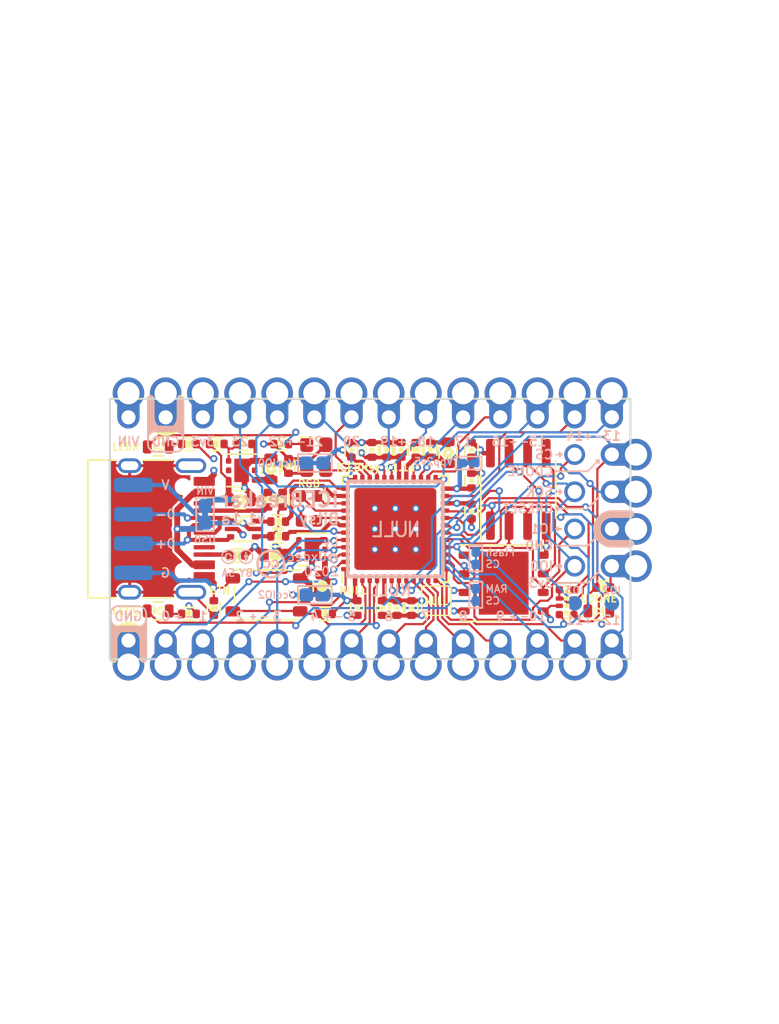
<source format=kicad_pcb>
(kicad_pcb (version 20221018) (generator pcbnew)
  (title_block (title "iCEBreaker Bitsy") (date "2020-08-05") (rev "v1.1a") (company "1BitSquared") (comment 1 "© 2018-2020 1BitSquared <info@1bitsquared.com>") (comment 2 "© 2018-2020 Piotr Esden-Tempski <piotr@esden.net>") (comment 3 "© 2020 Jordi Pakey-Rodriguez <jordi@0xdec.im>") (comment 4 "License: CC BY-SA 4.0"))
  (layers (0 "F.Cu" signal) (1 "In1.Cu" signal) (2 "In2.Cu" signal) (31 "B.Cu" signal) (34 "B.Paste" user) (35 "F.Paste" user) (36 "B.SilkS" user "B.Silkscreen") (37 "F.SilkS" user "F.Silkscreen") (38 "B.Mask" user) (39 "F.Mask" user) (44 "Edge.Cuts" user))
  (net 0 "")
  (net 1 "+3V3")
  (net 2 "+1V2")
  (net 3 "GND")
  (net 4 "/CLK")
  (net 5 "/USB_N")
  (net 6 "/USB_P")
  (net 7 "/USB_DET")
  (net 8 "/VCCIO_2")
  (net 9 "/SBU2")
  (net 10 "/CC1")
  (net 11 "/SBU1")
  (net 12 "/CC2")
  (net 13 "/SHIELD")
  (net 14 "VIN")
  (net 15 "VBUS")
  (net 16 "Net-(U2-Pad5)")
  (net 17 "Net-(U2-Pad2)")
  (net 18 "Net-(U3-Pad5)")
  (net 19 "Net-(U3-Pad2)")
  (net 20 "/xD+")
  (net 21 "/xD-")
  (net 22 "/iD+")
  (net 23 "/iD-")
  (net 24 "/CLK_EN")
  (net 25 "/3V3_EN")
  (net 26 "/VCCPLL")
  (net 27 "/VPP_2V5")
  (net 28 "/~{RGB0}")
  (net 29 "/~{RGB1}")
  (net 30 "/~{RGB2}")
  (net 31 "Net-(D1-PadA)")
  (net 32 "Net-(D2-PadA)")
  (net 33 "/VCCIO_0")
  (net 34 "/IOB_0a")
  (net 35 "/IOB_2a")
  (net 36 "/IOB_3b_G6")
  (net 37 "/IOB_4a")
  (net 38 "/IOB_5b")
  (net 39 "/IOB_8a")
  (net 40 "/IOB_9b")
  (net 41 "/IOT_37a")
  (net 42 "/IOT_38b")
  (net 43 "/IOT_39a")
  (net 44 "/IOT_41a")
  (net 45 "/IOT_42b")
  (net 46 "/IOT_43a")
  (net 47 "/IOT_44b")
  (net 48 "/IOT_48b")
  (net 49 "/IOB_16a")
  (net 50 "/IOB_23b")
  (net 51 "/IOB_25b_G3")
  (net 52 "/IOB_22a")
  (net 53 "/IOB_20a")
  (net 54 "/IOB_18a")
  (net 55 "/IOT_36b-~{LEDR}")
  (net 56 "/IOB_13b-~{LEDG}")
  (net 57 "/CDONE")
  (net 58 "/IOB_24a")
  (net 59 "/IOT_49a")
  (net 60 "/SPI_~{CS}")
  (net 61 "/SPI_SCK")
  (net 62 "/SPI_MISO-IO1")
  (net 63 "/SPI_MOSI-IO0")
  (net 64 "/SPI_~{HLD}-IO3")
  (net 65 "/SPI_~{WP}-IO2")
  (net 66 "/RAM_~{CS}")
  (net 67 "/FLASH_~{CS}")
  (net 68 "/~{CRESET}")
  (net 69 "/~{BTN}")
  (footprint "pkl_logos:null_Logo_SilkS_2mm" (layer "F.Cu") (at 122.3 104.9)
    (fp_text reference "REF**" hide)
    (fp_text value "null_Logo_SilkS_2mm" hide)
  )
  (footprint "pkl_dipol:R_0402" (layer "F.Cu") (at 111.5 99.5 180)
    (fp_text reference "R4")
    (fp_text value "22E" hide)
  )
  (footprint "pkl_buttons_switches:SW_SPST_3x4x2.5" (layer "F.Cu") (at 110.7 104.5)
    (fp_text reference "SW1")
    (fp_text value "TACT" hide)
  )
  (footprint "pkl_dipol:C_0402" (layer "F.Cu") (at 109.2 94.2)
    (fp_text reference "C1")
    (fp_text value "1u" hide)
  )
  (footprint "pkl_pin_headers:Pin_Header_Straight_Round_1x01_Castellated" (layer "F.Cu") (at 103.81 107.62)
    (fp_text reference "P0" hide)
    (fp_text value "0" hide)
  )
  (footprint "pkl_pin_headers:Pin_Header_Straight_Round_1x01_Castellated" (layer "F.Cu") (at 134.29 100 90)
    (fp_text reference "P25" hide)
    (fp_text value "GND" hide)
  )
  (footprint "pkl_pin_headers:Pin_Header_Straight_Round_1x01_Castellated" (layer "F.Cu") (at 101.27 107.62)
    (fp_text reference "P24" hide)
    (fp_text value "GND" hide)
  )
  (footprint "pkl_pin_headers:Pin_Header_Straight_Round_1x01_Castellated" (layer "F.Cu") (at 134.29 102.54 90)
    (fp_text reference "P28" hide)
    (fp_text value "3V3" hide)
  )
  (footprint "pkl_pin_headers:Pin_Header_Straight_Round_1x01_Castellated" (layer "F.Cu") (at 106.35 92.38 180)
    (fp_text reference "P27" hide)
    (fp_text value "3V3" hide)
  )
  (footprint "pkl_housings_dfn_qfn:QFN-48-1EP_7x7mm_Pitch0.5mm" (layer "F.Cu") (at 119.5 100 90)
    (fp_text reference "U6")
    (fp_text value "ICE40UP5K-SG48" hide)
  )
  (footprint "pkl_dipol:R_0402" (layer "F.Cu") (at 110.8 98 -90)
    (fp_text reference "R2")
    (fp_text value "5k1" hide)
  )
  (footprint "pkl_dipol:R_0402" (layer "F.Cu") (at 111.8 98 -90)
    (fp_text reference "R6")
    (fp_text value "1k5" hide)
  )
  (footprint "pkl_dipol:R_0402" (layer "F.Cu") (at 108.7 101.8 180)
    (fp_text reference "R3")
    (fp_text value "5k1" hide)
  )
  (footprint "pkl_pin_headers:Pin_Header_Straight_Round_1x01_Castellated" (layer "F.Cu") (at 106.35 107.62)
    (fp_text reference "P1" hide)
    (fp_text value "1" hide)
  )
  (footprint "pkl_pin_headers:Pin_Header_Straight_Round_1x01_Castellated" (layer "F.Cu") (at 101.27 92.38 180)
    (fp_text reference "P29" hide)
    (fp_text value "VIN" hide)
  )
  (footprint "pkl_pin_headers:Pin_Header_Straight_Round_1x01_Castellated" (layer "F.Cu") (at 103.81 92.38 180)
    (fp_text reference "P26" hide)
    (fp_text value "GND" hide)
  )
  (footprint "pkl_pin_headers:Pin_Header_Straight_Round_1x01_Castellated" (layer "F.Cu") (at 108.89 107.62)
    (fp_text reference "P2" hide)
    (fp_text value "2" hide)
  )
  (footprint "pkl_pin_headers:Pin_Header_Straight_Round_1x01_Castellated" (layer "F.Cu") (at 116.51 107.62)
    (fp_text reference "P5" hide)
    (fp_text value "5" hide)
  )
  (footprint "pkl_pin_headers:Pin_Header_Straight_Round_1x01_Castellated" (layer "F.Cu") (at 121.59 107.62)
    (fp_text reference "P7" hide)
    (fp_text value "7" hide)
  )
  (footprint "pkl_pin_headers:Pin_Header_Straight_Round_1x01_Castellated" (layer "F.Cu") (at 111.43 92.38 180)
    (fp_text reference "P22" hide)
    (fp_text value "22" hide)
  )
  (footprint "pkl_pin_headers:Pin_Header_Straight_Round_1x01_Castellated" (layer "F.Cu") (at 121.59 92.38 180)
    (fp_text reference "P18" hide)
    (fp_text value "18" hide)
  )
  (footprint "pkl_pin_headers:Pin_Header_Straight_Round_1x01_Castellated" (layer "F.Cu") (at 119.05 107.62)
    (fp_text reference "P6" hide)
    (fp_text value "6" hide)
  )
  (footprint "pkl_pin_headers:Pin_Header_Straight_Round_1x01_Castellated" (layer "F.Cu") (at 111.43 107.62)
    (fp_text reference "P3" hide)
    (fp_text value "3" hide)
  )
  (footprint "pkl_pin_headers:Pin_Header_Straight_Round_1x01_Castellated" (layer "F.Cu") (at 113.97 107.62)
    (fp_text reference "P4" hide)
    (fp_text value "4" hide)
  )
  (footprint "pkl_pin_headers:Pin_Header_Straight_Round_1x01_Castellated" (layer "F.Cu") (at 113.97 92.38 180)
    (fp_text reference "P21" hide)
    (fp_text value "21" hide)
  )
  (footprint "pkl_pin_headers:Pin_Header_Straight_Round_1x01_Castellated" (layer "F.Cu") (at 119.05 92.38 180)
    (fp_text reference "P19" hide)
    (fp_text value "19" hide)
  )
  (footprint "pkl_pin_headers:Pin_Header_Straight_Round_1x01_Castellated" (layer "F.Cu") (at 124.13 92.38 180)
    (fp_text reference "P17" hide)
    (fp_text value "17" hide)
  )
  (footprint "pkl_pin_headers:Pin_Header_Straight_Round_1x01_Castellated" (layer "F.Cu") (at 129.21 92.38 180)
    (fp_text reference "P15" hide)
    (fp_text value "15" hide)
  )
  (footprint "pkl_pin_headers:Pin_Header_Straight_Round_1x01_Castellated" (layer "F.Cu") (at 116.51 92.38 180)
    (fp_text reference "P20" hide)
    (fp_text value "20" hide)
  )
  (footprint "pkl_pin_headers:Pin_Header_Straight_Round_1x01_Castellated" (layer "F.Cu") (at 134.29 107.62)
    (fp_text reference "P12" hide)
    (fp_text value "12" hide)
  )
  (footprint "pkl_pin_headers:Pin_Header_Straight_Round_1x01_Castellated" (layer "F.Cu") (at 131.75 92.38 180)
    (fp_text reference "P14" hide)
    (fp_text value "14" hide)
  )
  (footprint "pkl_pin_headers:Pin_Header_Straight_Round_1x01_Castellated" (layer "F.Cu") (at 134.29 92.38 180)
    (fp_text reference "P13" hide)
    (fp_text value "13" hide)
  )
  (footprint "pkl_pin_headers:Pin_Header_Straight_Round_1x01_Castellated" (layer "F.Cu") (at 126.67 107.62)
    (fp_text reference "P9" hide)
    (fp_text value "9" hide)
  )
  (footprint "pkl_pin_headers:Pin_Header_Straight_Round_1x01_Castellated" (layer "F.Cu") (at 124.13 107.62)
    (fp_text reference "P8" hide)
    (fp_text value "8" hide)
  )
  (footprint "pkl_pin_headers:Pin_Header_Straight_Round_1x01_Castellated" (layer "F.Cu") (at 108.89 92.38 180)
    (fp_text reference "P23" hide)
    (fp_text value "23" hide)
  )
  (footprint "pkl_dipol:C_0603" (layer "F.Cu") (at 111 95.9 90)
    (fp_text reference "C3")
    (fp_text value "4u7" hide)
  )
  (footprint "pkl_dipol:R_0402" (layer "F.Cu") (at 107.3 94.2)
    (fp_text reference "R7")
    (fp_text value "10k" hide)
  )
  (footprint "pkl_dipol:C_0402" (layer "F.Cu") (at 117.9 94.6 90)
    (fp_text reference "C18")
    (fp_text value "1u" hide)
  )
  (footprint "pkl_dipol:C_0603" (layer "F.Cu") (at 111.3 101.8 180)
    (fp_text reference "C4")
    (fp_text value "4u7" hide)
  )
  (footprint "pkl_dipol:C_0603" (layer "F.Cu") (at 114.5 103.9 -90)
    (fp_text reference "C5")
    (fp_text value "4u7" hide)
  )
  (footprint "pkl_dipol:D_0603" (layer "F.Cu") (at 103.3 94.4)
    (fp_text reference "D1")
    (fp_text value "RED" hide)
  )
  (footprint "pkl_dipol:C_0603" (layer "F.Cu") (at 108.9 98)
    (fp_text reference "C2")
    (fp_text value "4u7" hide)
  )
  (footprint "pkl_dipol:C_0402" (layer "F.Cu") (at 121.9 94.6 90)
    (fp_text reference "C9")
    (fp_text value "100n" hide)
  )
  (footprint "pkl_dipol:D_0603" (layer "F.Cu") (at 103.3 105.6)
    (fp_text reference "D2")
    (fp_text value "GRN" hide)
  )
  (footprint "pkl_dipol:C_0402" (layer "F.Cu") (at 120.6 105.4 -90)
    (fp_text reference "C15")
    (fp_text value "1u" hide)
  )
  (footprint "pkl_dipol:C_0402" (layer "F.Cu") (at 119.6 105.4 -90)
    (fp_text reference "C14")
    (fp_text value "100n" hide)
  )
  (footprint "pkl_dipol:C_0402" (layer "F.Cu") (at 118.6 105.4 -90)
    (fp_text reference "C13")
    (fp_text value "10n" hide)
  )
  (footprint "pkl_dipol:C_0402" (layer "F.Cu") (at 119.9 94.6 90)
    (fp_text reference "C16")
    (fp_text value "10n" hide)
  )
  (footprint "pkl_dipol:R_0402" (layer "F.Cu") (at 111.7 94.2)
    (fp_text reference "R8")
    (fp_text value "10k" hide)
  )
  (footprint "pkl_dipol:C_0402" (layer "F.Cu") (at 118.9 94.6 90)
    (fp_text reference "C17")
    (fp_text value "100n" hide)
  )
  (footprint "pkl_dipol:C_0402" (layer "F.Cu") (at 112.2 95.7 -90)
    (fp_text reference "C6")
    (fp_text value "100n" hide)
  )
  (footprint "pkl_pin_headers:Pin_Header_Straight_Round_1x01_Castellated" (layer "F.Cu") (at 134.29 97.46 90)
    (fp_text reference "P31" hide)
    (fp_text value "CRESET" hide)
  )
  (footprint "pkl_pin_headers:Pin_Header_Straight_Round_1x01_Castellated" (layer "F.Cu") (at 134.29 94.92 90)
    (fp_text reference "P30" hide)
    (fp_text value "CDONE" hide)
  )
  (footprint "pkl_pin_headers:Pin_Header_Straight_Round_1x01_Castellated" (layer "F.Cu") (at 131.75 107.62)
    (fp_text reference "P11" hide)
    (fp_text value "11" hide)
  )
  (footprint "pkl_pin_headers:Pin_Header_Straight_Round_1x01_Castellated" (layer "F.Cu") (at 129.21 107.62)
    (fp_text reference "P10" hide)
    (fp_text value "10" hide)
  )
  (footprint "pkl_pin_headers:Pin_Header_Straight_Round_1x01_Castellated" (layer "F.Cu") (at 126.67 92.38 180)
    (fp_text reference "P16" hide)
    (fp_text value "16" hide)
  )
  (footprint "pkl_connectors:USB_C_Receptacle_HRO_TYPE-C-31-M-12" (layer "F.Cu") (at 102.4 100 -90)
    (fp_text reference "J1" hide)
    (fp_text value "USB_C" hide)
  )
  (footprint "pkl_dipol:R_0402" (layer "F.Cu") (at 107.1 105.4 -90)
    (fp_text reference "R1")
    (fp_text value "1M" hide)
  )
  (footprint "pkl_dipol:C_0603" (layer "F.Cu") (at 123.1 94.8 90)
    (fp_text reference "C19")
    (fp_text value "10u" hide)
  )
  (footprint "pkl_housings_sot:SOT-666" (layer "F.Cu") (at 109.1 100)
    (fp_text reference "U1")
    (fp_text value "USBLC6-2" hide)
  )
  (footprint "pkl_dipol:C_0402" (layer "F.Cu") (at 116.5 94.6 90)
    (fp_text reference "C10")
    (fp_text value "100n" hide)
  )
  (footprint "pkl_misc:Oscillator_SMD_SCTF_S2DXX-4Pin_2.5x2.0mm" (layer "F.Cu") (at 114.1 95.1 -90)
    (fp_text reference "X1" hide)
    (fp_text value "12MHz" hide)
  )
  (footprint "Package_SON:WSON-6-1EP_2x2mm_P0.65mm_EP1x1.6mm" (layer "F.Cu") (at 109 96 180)
    (fp_text reference "U2" hide)
    (fp_text value "TLV75533PDRV" hide)
  )
  (footprint "pkl_dipol:R_0402" (layer "F.Cu") (at 105.4 94.2)
    (fp_text reference "R11")
    (fp_text value "2k2" hide)
  )
  (footprint "Package_SON:WSON-6-1EP_2x2mm_P0.65mm_EP1x1.6mm" (layer "F.Cu") (at 113.8 101.4 180)
    (fp_text reference "U3" hide)
    (fp_text value "TLV75512PDRV" hide)
  )
  (footprint "pkl_dipol:C_0402" (layer "F.Cu") (at 124.7 98.8 -90)
    (fp_text reference "C11")
    (fp_text value "100n" hide)
  )
  (footprint "pkl_dipol:R_0402" (layer "F.Cu") (at 105.4 105.8)
    (fp_text reference "R12")
    (fp_text value "2k2" hide)
  )
  (footprint "pkl_dipol:R_0402" (layer "F.Cu") (at 114.7 105.8)
    (fp_text reference "R10")
    (fp_text value "10k" hide)
  )
  (footprint "pkl_dipol:R_0402" (layer "F.Cu") (at 120.9 94.6 90)
    (fp_text reference "R14")
    (fp_text value "100E" hide)
  )
  (footprint "pkl_dipol:R_0402" (layer "F.Cu") (at 111.5 100.5 180)
    (fp_text reference "R5")
    (fp_text value "22E" hide)
  )
  (footprint "pkl_dipol:C_0402" (layer "F.Cu") (at 116.9 105.4 -90)
    (fp_text reference "C12")
    (fp_text value "100n" hide)
  )
  (footprint "pkl_led:LED_TRI_2020" (layer "F.Cu") (at 113.6 98.6 -90)
    (fp_text reference "D4")
    (fp_text value "FM-B2020RGBA-HG" hide)
  )
  (footprint "pkl_pin_headers:Pin_Header_Straight_Round_1x01" (layer "F.Cu") (at 131.75 97.46)
    (fp_text reference "P37" hide)
    (fp_text value "SCK" hide)
  )
  (footprint "pkl_pin_headers:Pin_Header_Straight_Round_1x01" (layer "F.Cu") (at 131.75 100)
    (fp_text reference "P38" hide)
    (fp_text value "MISO" hide)
  )
  (footprint "pkl_pin_headers:Pin_Header_Straight_Round_1x01" (layer "F.Cu") (at 131.75 102.54)
    (fp_text reference "P39" hide)
    (fp_text value "MOSI" hide)
  )
  (footprint "Package_SO:SOIC-8_3.9x4.9mm_P1.27mm" (layer "F.Cu") (at 127.9 97.3 90)
    (fp_text reference "U4" hide)
    (fp_text value "LY68L6400" hide)
  )
  (footprint "pkl_pin_headers:Pin_Header_Straight_Round_1x01" (layer "F.Cu") (at 131.75 94.92)
    (fp_text reference "P36" hide)
    (fp_text value "CS" hide)
  )
  (footprint "Package_SON:WSON-8-1EP_6x5mm_P1.27mm_EP3.4x4.3mm" (layer "F.Cu") (at 126.9 103.7 180)
    (fp_text reference "U5" hide)
    (fp_text value "W25Q128JVxxM" hide)
  )
  (footprint "pkl_dipol:C_0402" (layer "F.Cu") (at 124.7 94.6 -90)
    (fp_text reference "C7")
    (fp_text value "100n" hide)
  )
  (footprint "pkl_dipol:C_0402" (layer "F.Cu") (at 124.7 96.7 90)
    (fp_text reference "C8")
    (fp_text value "100n" hide)
  )
  (footprint "pkl_dipol:D_0603" (layer "F.Cu") (at 133.4 105.6 180)
    (fp_text reference "D3")
    (fp_text value "BLU" hide)
  )
  (footprint "pkl_dipol:R_0402" (layer "F.Cu") (at 133.7 104)
    (fp_text reference "R13")
    (fp_text value "2k2" hide)
  )
  (footprint "pkl_dipol:R_Array_Convex_4x0402" (layer "F.Cu") (at 131.2 105 180)
    (fp_text reference "R9")
    (fp_text value "10k" hide)
  )
  (footprint "pkl_jumpers:J_NC_0603_30" (layer "B.Cu") (at 114 95.5 180)
    (fp_text reference "JP5")
    (fp_text value "Jumper" hide)
  )
  (footprint "pkl_jumpers:J_NC_0603_30" (layer "B.Cu") (at 114 104.5 180)
    (fp_text reference "JP6")
    (fp_text value "Jumper" hide)
  )
  (footprint "pkl_logos:Symbol_CC_SilkScreen_2mm" (layer "B.Cu") (at 111 102.4 180)
    (fp_text reference "REF**" hide)
    (fp_text value "Symbol_CC_SilkScreen_2mm" hide)
  )
  (footprint "pkl_logos:Symbol_CC-SA_SilkScreen_1mm" (layer "B.Cu") (at 108.1 101.9 180)
    (fp_text reference "REF**" hide)
    (fp_text value "Symbol_CC-SA_SilkScreen_1mm" hide)
  )
  (footprint "pkl_jumpers:J_NC_0603_40" (layer "B.Cu") (at 106.5 99 90)
    (fp_text reference "JP1")
    (fp_text value "Jumper" hide)
  )
  (footprint "pkl_logos:null_Logo_SilkS_6.5mm" (layer "B.Cu") (at 119.5 100 180)
    (fp_text reference "LOGO1" hide)
    (fp_text value "1BitSquared" hide)
  )
  (footprint "pkl_logos:Symbol_CC-BY_SilkScreen_1mm" (layer "B.Cu") (at 109.3 101.9 180)
    (fp_text reference "REF**" hide)
    (fp_text value "Symbol_CC-BY_SilkScreen_1mm" hide)
  )
  (footprint "pkl_pads:PAD_SMD_1x2.65_ROUNDED" (layer "B.Cu") (at 101.6 103)
    (fp_text reference "P35")
    (fp_text value "UP" hide)
  )
  (footprint "pkl_pads:PAD_SMD_1x2.65_ROUNDED" (layer "B.Cu") (at 101.6 101)
    (fp_text reference "P34")
    (fp_text value "UP" hide)
  )
  (footprint "pkl_pads:PAD_SMD_1x2.65_ROUNDED" (layer "B.Cu") (at 101.6 97)
    (fp_text reference "P32")
    (fp_text value "UP" hide)
  )
  (footprint "pkl_pads:PAD_SMD_1x2.65_ROUNDED" (layer "B.Cu") (at 101.6 99)
    (fp_text reference "P33")
    (fp_text value "UP" hide)
  )
  (footprint "pkl_pads:PAD_SMD_R_1x1" (layer "B.Cu") (at 131.75 105.08)
    (fp_text reference "P40" hide)
    (fp_text value "IO3" hide)
  )
  (footprint "pkl_pads:PAD_SMD_R_1x1" (layer "B.Cu") (at 134.29 105.08)
    (fp_text reference "P41" hide)
    (fp_text value "IO2" hide)
  )
  (footprint "pkl_jumpers:J_NC_0402_15" (layer "B.Cu") (at 125 102 -90)
    (fp_text reference "JP3")
    (fp_text value "Jumper" hide)
  )
  (footprint "pkl_jumpers:J_NC_0402_30" (layer "B.Cu") (at 124.5 95.5 180)
    (fp_text reference "JP4")
    (fp_text value "Jumper" hide)
  )
  (footprint "pkl_jumpers:J_NC_0402_15" (layer "B.Cu") (at 125 104.5 -90)
    (fp_text reference "JP2")
    (fp_text value "Jumper" hide)
  )
  (gr_line (start 130.48 98.603) (end 132.639 98.603) (stroke (width 0.12)) (layer "B.SilkS"))
  (gr_line (start 132.639 98.603) (end 133.401 97.841) (stroke (width 0.12)) (layer "B.SilkS"))
  (gr_line (start 130.48 103.683) (end 132.639 103.683) (stroke (width 0.12)) (layer "B.SilkS"))
  (gr_line (start 132.639 103.683) (end 133.401 102.921) (stroke (width 0.12)) (layer "B.SilkS"))
  (gr_line (start 102.6035 94.2215) (end 102.6035 93.142) (stroke (width 0.127)) (layer "B.SilkS"))
  (gr_line (start 104.5085 94.7295) (end 103.1115 94.7295) (stroke (width 0.127)) (layer "B.SilkS"))
  (gr_line (start 105.0165 93.142) (end 105.0165 94.2215) (stroke (width 0.127)) (layer "B.SilkS"))
  (gr_arc (start 105.0165 94.2215) (mid 104.86771 94.58071) (end 104.5085 94.7295) (stroke (width 0.127)) (layer "B.SilkS"))
  (gr_arc (start 101.9685 105.2705) (mid 102.32771 105.41929) (end 102.4765 105.7785) (stroke (width 0.127)) (layer "B.SilkS"))
  (gr_arc (start 100.0635 105.7785) (mid 100.21229 105.41929) (end 100.5715 105.2705) (stroke (width 0.127)) (layer "B.SilkS"))
  (gr_line (start 103.1115 93.3325) (end 104.5085 93.3325) (stroke (width 0.127)) (layer "B.SilkS"))
  (gr_arc (start 104.5085 93.3325) (mid 104.86771 93.48129) (end 105.0165 93.8405) (stroke (width 0.127)) (layer "B.SilkS"))
  (gr_arc (start 102.6035 93.8405) (mid 102.75229 93.48129) (end 103.1115 93.3325) (stroke (width 0.127)) (layer "B.SilkS"))
  (gr_line (start 102.7305 93.396) (end 102.667 93.4595) (stroke (width 0.254)) (layer "B.SilkS"))
  (gr_line (start 104.953 93.4595) (end 104.8895 93.396) (stroke (width 0.254)) (layer "B.SilkS"))
  (gr_line (start 135.4965 101.016) (end 134.2265 101.016) (stroke (width 0.508)) (layer "B.SilkS"))
  (gr_arc (start 134.29 101.016) (mid 133.274 100) (end 134.29 98.984) (stroke (width 0.508)) (layer "B.SilkS"))
  (gr_line (start 135.56 98.984) (end 134.29 98.984) (stroke (width 0.508)) (layer "B.SilkS"))
  (gr_line (start 132.639 101.143) (end 133.401 100.381) (stroke (width 0.12)) (layer "B.SilkS"))
  (gr_line (start 130.48 101.143) (end 132.639 101.143) (stroke (width 0.12)) (layer "B.SilkS"))
  (gr_line (start 130.48 102.54) (end 130.861 102.54) (stroke (width 0.12)) (layer "B.SilkS"))
  (gr_line (start 130.48 94.92) (end 130.861 94.92) (stroke (width 0.12)) (layer "B.SilkS"))
  (gr_line (start 102.794 91.11) (end 102.794 93.142) (stroke (width 0.508)) (layer "B.SilkS"))
  (gr_line (start 104.826 91.1735) (end 104.826 93.142) (stroke (width 0.508)) (layer "B.SilkS"))
  (gr_arc (start 104.826 92.38) (mid 104.748662 92.768806) (end 104.52842 93.09842) (stroke (width 0.508)) (layer "B.SilkS"))
  (gr_line (start 100.254 108.8265) (end 100.254 106.858) (stroke (width 0.508)) (layer "B.SilkS"))
  (gr_line (start 102.286 108.89) (end 102.286 106.858) (stroke (width 0.508)) (layer "B.SilkS"))
  (gr_arc (start 100.254 107.62) (mid 100.331338 107.231194) (end 100.55158 106.90158) (stroke (width 0.508)) (layer "B.SilkS"))
  (gr_line (start 101.778 106.858) (end 100.762 106.858) (stroke (width 0.381)) (layer "B.SilkS"))
  (gr_arc (start 101.98842 106.90158) (mid 102.208661 107.231194) (end 102.286 107.62) (stroke (width 0.508)) (layer "B.SilkS"))
  (gr_line (start 100.127 106.5405) (end 100.1905 106.604) (stroke (width 0.254)) (layer "B.SilkS"))
  (gr_line (start 102.3495 106.604) (end 102.413 106.5405) (stroke (width 0.254)) (layer "B.SilkS"))
  (gr_line (start 130.734 102.667) (end 130.734 102.413) (stroke (width 0.12)) (layer "B.SilkS"))
  (gr_line (start 133.401 95.301) (end 133.2105 95.301) (stroke (width 0.12)) (layer "B.SilkS"))
  (gr_line (start 133.401 95.4915) (end 133.401 95.301) (stroke (width 0.12)) (layer "B.SilkS"))
  (gr_line (start 133.2105 95.301) (end 133.401 95.4915) (stroke (width 0.12)) (layer "B.SilkS"))
  (gr_arc (start 103.1115 94.7295) (mid 102.75229 94.58071) (end 102.6035 94.2215) (stroke (width 0.127)) (layer "B.SilkS"))
  (gr_line (start 130.734 97.587) (end 130.734 97.333) (stroke (width 0.12)) (layer "B.SilkS"))
  (gr_line (start 130.48 100) (end 130.861 100) (stroke (width 0.12)) (layer "B.SilkS"))
  (gr_arc (start 103.09158 93.09842) (mid 102.871339 92.768806) (end 102.794 92.38) (stroke (width 0.508)) (layer "B.SilkS"))
  (gr_line (start 130.861 94.92) (end 130.734 95.047) (stroke (width 0.12)) (layer "B.SilkS"))
  (gr_line (start 130.861 102.54) (end 130.734 102.667) (stroke (width 0.12)) (layer "B.SilkS"))
  (gr_line (start 130.48 98.603) (end 130.607 98.476) (stroke (width 0.12)) (layer "B.SilkS"))
  (gr_line (start 100.0635 106.858) (end 100.0635 105.7785) (stroke (width 0.127)) (layer "B.SilkS"))
  (gr_line (start 130.48 97.46) (end 130.861 97.46) (stroke (width 0.12)) (layer "B.SilkS"))
  (gr_line (start 130.861 94.92) (end 130.734 94.793) (stroke (width 0.12)) (layer "B.SilkS"))
  (gr_line (start 100.5715 105.2705) (end 101.9685 105.2705) (stroke (width 0.127)) (layer "B.SilkS"))
  (gr_line (start 130.607 98.476) (end 130.607 98.73) (stroke (width 0.12)) (layer "B.SilkS"))
  (gr_line (start 102.4765 105.7785) (end 102.4765 106.858) (stroke (width 0.127)) (layer "B.SilkS"))
  (gr_line (start 130.48 100) (end 130.607 99.873) (stroke (width 0.12)) (layer "B.SilkS"))
  (gr_line (start 130.48 98.603) (end 130.607 98.73) (stroke (width 0.12)) (layer "B.SilkS"))
  (gr_line (start 130.861 97.46) (end 130.734 97.333) (stroke (width 0.12)) (layer "B.SilkS"))
  (gr_line (start 130.607 99.873) (end 130.607 100.127) (stroke (width 0.12)) (layer "B.SilkS"))
  (gr_line (start 101.9685 106.6675) (end 100.5715 106.6675) (stroke (width 0.127)) (layer "B.SilkS"))
  (gr_arc (start 102.4765 106.1595) (mid 102.32771 106.51871) (end 101.9685 106.6675) (stroke (width 0.127)) (layer "B.SilkS"))
  (gr_arc (start 100.5715 106.6675) (mid 100.21229 106.51871) (end 100.0635 106.1595) (stroke (width 0.127)) (layer "B.SilkS"))
  (gr_line (start 130.48 96.063) (end 132.639 96.063) (stroke (width 0.12)) (layer "B.SilkS"))
  (gr_line (start 130.861 102.54) (end 130.734 102.413) (stroke (width 0.12)) (layer "B.SilkS"))
  (gr_line (start 130.48 100) (end 130.607 100.127) (stroke (width 0.12)) (layer "B.SilkS"))
  (gr_line (start 130.861 97.46) (end 130.734 97.587) (stroke (width 0.12)) (layer "B.SilkS"))
  (gr_line (start 132.639 96.063) (end 133.401 95.301) (stroke (width 0.12)) (layer "B.SilkS"))
  (gr_line (start 103.302 93.142) (end 104.318 93.142) (stroke (width 0.381)) (layer "B.SilkS"))
  (gr_line (start 130.734 95.047) (end 130.734 94.793) (stroke (width 0.12)) (layer "B.SilkS"))
  (gr_line (start 102.794 91.1735) (end 102.794 92.4435) (stroke (width 0.508)) (layer "F.SilkS"))
  (gr_arc (start 100.254 107.62) (mid 101.27 106.604) (end 102.286 107.62) (stroke (width 0.508)) (layer "F.SilkS"))
  (gr_line (start 102.286 108.8265) (end 102.286 107.5565) (stroke (width 0.508)) (layer "F.SilkS"))
  (gr_line (start 104.826 91.11) (end 104.826 92.38) (stroke (width 0.508)) (layer "F.SilkS"))
  (gr_line (start 135.56 101.016) (end 134.29 101.016) (stroke (width 0.508)) (layer "F.SilkS"))
  (gr_arc (start 104.826 92.38) (mid 103.81 93.396) (end 102.794 92.38) (stroke (width 0.508)) (layer "F.SilkS"))
  (gr_line (start 100.254 108.89) (end 100.254 107.62) (stroke (width 0.508)) (layer "F.SilkS"))
  (gr_line (start 135.4965 98.984) (end 134.2265 98.984) (stroke (width 0.508)) (layer "F.SilkS"))
  (gr_arc (start 134.29 101.016) (mid 133.274 100) (end 134.29 98.984) (stroke (width 0.508)) (layer "F.SilkS"))
  (gr_line (start 100 91.11) (end 135.56 91.11) (stroke (width 0.15)) (layer "Edge.Cuts"))
  (gr_line (start 135.56 91.11) (end 135.56 108.89) (stroke (width 0.15)) (layer "Edge.Cuts"))
  (gr_line (start 100 108.89) (end 100 91.11) (stroke (width 0.15)) (layer "Edge.Cuts"))
  (gr_line (start 135.56 108.89) (end 100 108.89) (stroke (width 0.15)) (layer "Edge.Cuts"))
  (gr_text "+" (at 127.559 105.969) (layer "B.SilkS") (effects (font (size 0.5 0.5) (thickness 0.1)) (justify mirror)))
  (gr_text "-" (at 128.321 105.969) (layer "B.SilkS") (effects (font (size 0.5 0.5) (thickness 0.1)) (justify mirror)))
  (gr_text "-" (at 115.621 105.969) (layer "B.SilkS") (effects (font (size 0.5 0.5) (thickness 0.1)) (justify mirror)))
  (gr_text "-" (at 120.701 94.031) (layer "B.SilkS") (effects (font (size 0.5 0.5) (thickness 0.1)) (justify mirror)))
  (gr_text "-" (at 113.081 94.031) (layer "B.SilkS") (effects (font (size 0.5 0.5) (thickness 0.1)) (justify mirror)))
  (gr_text "+" (at 112.319 94.031) (layer "B.SilkS") (effects (font (size 0.5 0.5) (thickness 0.1)) (justify mirror)))
  (gr_text "Flash\nCS" (at 125.6 102) (layer "B.SilkS") (effects (font (size 0.5 0.5) (thickness 0.1)) (justify right mirror)))
  (gr_text "SA" (at 108.1 103) (layer "B.SilkS") (effects (font (size 0.5 0.5) (thickness 0.1)) (justify mirror)))
  (gr_text "+" (at 109.779 105.969) (layer "B.SilkS") (effects (font (size 0.5 0.5) (thickness 0.1)) (justify mirror)))
  (gr_text "VIN" (at 106.5 97.4) (layer "B.SilkS") (effects (font (size 0.5 0.5) (thickness 0.1)) (justify mirror)))
  (gr_text "-" (at 105.461 105.969) (layer "B.SilkS") (effects (font (size 0.5 0.5) (thickness 0.1)) (justify mirror)))
  (gr_text "-" (at 110.541 105.969) (layer "B.SilkS") (effects (font (size 0.5 0.5) (thickness 0.1)) (justify mirror)))
  (gr_text "+" (at 104.699 105.969) (layer "B.SilkS") (effects (font (size 0.5 0.5) (thickness 0.1)) (justify mirror)))
  (gr_text "USB" (at 106.5 100.7) (layer "B.SilkS") (effects (font (size 0.5 0.5) (thickness 0.1)) (justify mirror)))
  (gr_text "VccIO0" (at 112.7 95.5) (layer "B.SilkS") (effects (font (size 0.5 0.5) (thickness 0.1)) (justify left mirror)))
  (gr_text "+" (at 119.939 94.031) (layer "B.SilkS") (effects (font (size 0.5 0.5) (thickness 0.1)) (justify mirror)))
  (gr_text "VccIO2" (at 112.7 104.5) (layer "B.SilkS") (effects (font (size 0.5 0.5) (thickness 0.1)) (justify left mirror)))
  (gr_text "by\n@0xdec\n2020" (at 115.7 101.9) (layer "B.SilkS") (effects (font (size 0.625 0.625) (thickness 0.1)) (justify left mirror)))
  (gr_text "V" (at 103.8 97) (layer "B.SilkS") (effects (font (size 0.625 0.625) (thickness 0.125)) (justify mirror)))
  (gr_text "20" (at 116.51 94.031) (layer "B.SilkS") (effects (font (size 0.625 0.625) (thickness 0.125)) (justify mirror)))
  (gr_text "23" (at 108.89 94.031) (layer "B.SilkS") (effects (font (size 0.625 0.625) (thickness 0.125)) (justify mirror)))
  (gr_text "0" (at 103.81 105.969) (layer "B.SilkS") (effects (font (size 0.625 0.625) (thickness 0.125)) (justify mirror)))
  (gr_text "G" (at 103.8 103) (layer "B.SilkS") (effects (font (size 0.625 0.625) (thickness 0.125)) (justify mirror)))
  (gr_text "15" (at 129.21 94.031) (layer "B.SilkS") (effects (font (size 0.625 0.625) (thickness 0.125)) (justify mirror)))
  (gr_text "D-" (at 103.8 99) (layer "B.SilkS") (effects (font (size 0.625 0.625) (thickness 0.125)) (justify mirror)))
  (gr_text "RAM\nCS" (at 125.6 104.5) (layer "B.SilkS") (effects (font (size 0.5 0.5) (thickness 0.1)) (justify right mirror)))
  (gr_text "16" (at 126.67 94.031) (layer "B.SilkS") (effects (font (size 0.625 0.625) (thickness 0.125)) (justify mirror)))
  (gr_text "19" (at 119.05 94.031) (layer "B.SilkS") (effects (font (size 0.625 0.625) (thickness 0.125)) (justify mirror)))
  (gr_text "NULL" (at 119.2 104.2) (layer "B.SilkS") (effects (font (size 0.75 0.75)) (justify mirror)))
  (gr_text "VIN" (at 101.27 94.031) (layer "B.SilkS") (effects (font (size 0.625 0.625) (thickness 0.125)) (justify mirror)))
  (gr_text "5" (at 116.51 105.969) (layer "B.SilkS") (effects (font (size 0.625 0.625) (thickness 0.125)) (justify mirror)))
  (gr_text "21" (at 113.97 94.031) (layer "B.SilkS") (effects (font (size 0.625 0.625) (thickness 0.125)) (justify mirror)))
  (gr_text "9" (at 126.67 105.969) (layer "B.SilkS") (effects (font (size 0.625 0.625) (thickness 0.125)) (justify mirror)))
  (gr_text "D+" (at 103.8 101) (layer "B.SilkS") (effects (font (size 0.625 0.625) (thickness 0.125)) (justify mirror)))
  (gr_text "18" (at 121.59 94.031) (layer "B.SilkS") (effects (font (size 0.625 0.625) (thickness 0.125)) (justify mirror)))
  (gr_text "3v3" (at 106.35 94.031) (layer "B.SilkS") (effects (font (size 0.625 0.625) (thickness 0.125)) (justify mirror)))
  (gr_text "10" (at 129.21 105.969) (layer "B.SilkS") (effects (font (size 0.625 0.625) (thickness 0.125)) (justify mirror)))
  (gr_text "17" (at 124.13 94.031) (layer "B.SilkS") (effects (font (size 0.625 0.625) (thickness 0.125)) (justify mirror)))
  (gr_text "22" (at 111.43 94.031) (layer "B.SilkS") (effects (font (size 0.625 0.625) (thickness 0.125)) (justify mirror)))
  (gr_text "iCEBreaker" (at 111.6 98) (layer "B.SilkS") (effects (font (size 1 1) (thickness 0.2)) (justify mirror)))
  (gr_text "1" (at 106.35 105.969) (layer "B.SilkS") (effects (font (size 0.625 0.625) (thickness 0.125)) (justify mirror)))
  (gr_text "GND" (at 101.27 105.969) (layer "B.SilkS") (effects (font (size 0.625 0.625) (thickness 0.125)) (justify mirror)))
  (gr_text "8" (at 124.13 105.969) (layer "B.SilkS") (effects (font (size 0.625 0.625) (thickness 0.125)) (justify mirror)))
  (gr_text "7" (at 121.59 105.969) (layer "B.SilkS") (effects (font (size 0.625 0.625) (thickness 0.125)) (justify mirror)))
  (gr_text "6" (at 119.05 105.969) (layer "B.SilkS") (effects (font (size 0.625 0.625) (thickness 0.125)) (justify mirror)))
  (gr_text "3" (at 111.43 105.969) (layer "B.SilkS") (effects (font (size 0.625 0.625) (thickness 0.125)) (justify mirror)))
  (gr_text "Bitsy" (at 114.3 99.3) (layer "B.SilkS") (effects (font (size 0.75 0.75)) (justify mirror)))
  (gr_text "4" (at 113.97 105.969) (layer "B.SilkS") (effects (font (size 0.625 0.625) (thickness 0.125)) (justify mirror)))
  (gr_text "v1.1a" (at 109.1 99.3) (layer "B.SilkS") (effects (font (size 0.75 0.75)) (justify mirror)))
  (gr_text "BY" (at 109.3 103) (layer "B.SilkS") (effects (font (size 0.5 0.5) (thickness 0.1)) (justify mirror)))
  (gr_text "2" (at 108.89 105.969) (layer "B.SilkS") (effects (font (size 0.625 0.625) (thickness 0.125)) (justify mirror)))
  (gr_text "GND" (at 103.81 94.031) (layer "B.SilkS") (effects (font (size 0.625 0.625) (thickness 0.125)) (justify mirror)))
  (gr_text "CDONE" (at 130.353 96.063) (layer "B.SilkS") (effects (font (size 0.625 0.625) (thickness 0.125)) (justify left mirror)))
  (gr_text "GND" (at 130.353 101.143) (layer "B.SilkS") (effects (font (size 0.625 0.625) (thickness 0.125)) (justify left mirror)))
  (gr_text "3v3" (at 130.353 103.683) (layer "B.SilkS") (effects (font (size 0.625 0.625) (thickness 0.125)) (justify left mirror)))
  (gr_text "CRESET" (at 130.353 98.603) (layer "B.SilkS") (effects (font (size 0.625 0.625) (thickness 0.125)) (justify left mirror)))
  (gr_text "IO0" (at 130.353 102.54) (layer "B.SilkS") (effects (font (size 0.625 0.625) (thickness 0.125)) (justify left mirror)))
  (gr_text "IO1" (at 130.353 100) (layer "B.SilkS") (effects (font (size 0.625 0.625) (thickness 0.125)) (justify left mirror)))
  (gr_text "CS" (at 130.353 94.92) (layer "B.SilkS") (effects (font (size 0.625 0.625) (thickness 0.125)) (justify left mirror)))
  (gr_text "SCK" (at 130.353 97.46) (layer "B.SilkS") (effects (font (size 0.625 0.625) (thickness 0.125)) (justify left mirror)))
  (gr_text "+" (at 114.859 105.969) (layer "B.SilkS") (effects (font (size 0.5 0.5) (thickness 0.1)) (justify mirror)))
  (gr_text "13" (at 134.29 93.65) (layer "B.SilkS") (effects (font (size 0.625 0.625) (thickness 0.125)) (justify mirror)))
  (gr_text "14" (at 131.75 93.65) (layer "B.SilkS") (effects (font (size 0.625 0.625) (thickness 0.125)) (justify mirror)))
  (gr_text "+" (at 132.639 93.65) (layer "B.SilkS") (effects (font (size 0.5 0.5) (thickness 0.1)) (justify mirror)))
  (gr_text "-" (at 133.401 93.65) (layer "B.SilkS") (effects (font (size 0.5 0.5) (thickness 0.1)) (justify mirror)))
  (gr_text "11" (at 131.75 106.223) (layer "B.SilkS") (effects (font (size 0.625 0.625) (thickness 0.125)) (justify mirror)))
  (gr_text "12" (at 134.29 106.223) (layer "B.SilkS") (effects (font (size 0.625 0.625) (thickness 0.125)) (justify mirror)))
  (gr_text "-" (at 133.401 106.223) (layer "B.SilkS") (effects (font (size 0.5 0.5) (thickness 0.1)) (justify mirror)))
  (gr_text "+" (at 132.639 106.223) (layer "B.SilkS") (effects (font (size 0.5 0.5) (thickness 0.1)) (justify mirror)))
  (gr_text "IO2" (at 134.29 104.191) (layer "B.SilkS") (effects (font (size 0.5 0.5) (thickness 0.1)) (justify mirror)))
  (gr_text "IO3" (at 131.75 104.191) (layer "B.SilkS") (effects (font (size 0.5 0.5) (thickness 0.1)) (justify mirror)))
  (gr_text "Vpp2v5" (at 123.5 95.4) (layer "B.SilkS") (effects (font (size 0.5 0.5) (thickness 0.1)) (justify left mirror)))
  (gr_text "+" (at 127.559 94.031) (layer "B.SilkS") (effects (font (size 0.5 0.5) (thickness 0.1)) (justify mirror)))
  (gr_text "-" (at 128.321 94.031) (layer "B.SilkS") (effects (font (size 0.5 0.5) (thickness 0.1)) (justify mirror)))
  (gr_text "LEDG" (at 102.1 105.6) (layer "F.SilkS") (effects (font (size 0.5 0.5) (thickness 0.1)) (justify right)))
  (gr_text "LEDR" (at 102.1 94.4) (layer "F.SilkS") (effects (font (size 0.5 0.5) (thickness 0.1)) (justify right)))
  (gr_text "RGB" (at 113.6 96.9) (layer "F.SilkS") (effects (font (size 0.5 0.5) (thickness 0.1))))
  (gr_text "CDONE" (at 133.4 104.75) (layer "F.SilkS") (effects (font (size 0.5 0.5) (thickness 0.1))))
  (gr_text "NULL" (at 115.6 104.2) (layer "F.SilkS") (effects (font (size 0.5 0.5) (thickness 0.1)) (justify left)))
  (gr_text "iCEBitsy v1.1a" (at 115.4 95.8) (layer "F.SilkS") (effects (font (size 0.5 0.5) (thickness 0.1)) (justify left)))
  (gr_text "BTN" (at 107.5 104.2) (layer "F.SilkS") (effects (font (size 0.5 0.5) (thickness 0.1))))
  (segment (start 106.9 95.2) (end 107.1 95.2) (width 0.15) (layer "F.Cu") (net 1))
  (segment (start 105.9 94.2) (end 106.9 95.2) (width 0.15) (layer "F.Cu") (net 1))
  (segment (start 111 96.65) (end 111 95.918922) (width 0.4) (layer "F.Cu") (net 1))
  (segment (start 111 95.918922) (end 111.005046 95.913876) (width 0.4) (layer "F.Cu") (net 1))
  (segment (start 113.05 99.45) (end 113.05 98.6) (width 0.2) (layer "F.Cu") (net 1))
  (segment (start 112.2 95.2) (end 111.2 94.2) (width 0.2) (layer "F.Cu") (net 1))
  (segment (start 113.8 95.2) (end 114.75 94.25) (width 0.2) (layer "F.Cu") (net 1))
  (segment (start 111.2 94.2) (end 110.5 94.2) (width 0.2) (layer "F.Cu") (net 1))
  (segment (start 105.9 105.8) (end 105.9 105.75) (width 0.15) (layer "F.Cu") (net 1))
  (segment (start 109.8875 96.65) (end 111 96.65) (width 0.4) (layer "F.Cu") (net 1))
  (segment (start 112.2 95.2) (end 113.8 95.2) (width 0.2) (layer "F.Cu") (net 1))
  (segment (start 105.9 105.75) (end 105.4 105.25) (width 0.15) (layer "F.Cu") (net 1))
  (segment (start 123.7 98.25) (end 124.65 98.25) (width 0.3) (layer "F.Cu") (net 1))
  (segment (start 133.4 104.8) (end 134.2 104) (width 0.15) (layer "F.Cu") (net 1))
  (segment (start 134.2 104) (end 134.2 102.63) (width 0.15) (layer "F.Cu") (net 1))
  (segment (start 124.2 105.605) (end 123.505 105.605) (width 0.3) (layer "F.Cu") (net 1))
  (segment (start 124.65 98.25) (end 124.7 98.3) (width 0.3) (layer "F.Cu") (net 1))
  (segment (start 125.525 94.825) (end 125.3 94.6) (width 0.3) (layer "F.Cu") (net 1))
  (segment (start 131.45 105.25) (end 131.7 105.25) (width 0.15) (layer "F.Cu") (net 1))
  (segment (start 133.4 105.9) (end 133.4 104.8) (width 0.15) (layer "F.Cu") (net 1))
  (segment (start 122.9 98.25) (end 123.7 98.25) (width 0.3) (layer "F.Cu") (net 1))
  (segment (start 134.2 102.63) (end 134.29 102.54) (width 0.15) (layer "F.Cu") (net 1))
  (segment (start 131.7 105.85) (end 132.15 106.3) (width 0.15) (layer "F.Cu") (net 1))
  (segment (start 125.995 94.825) (end 125.525 94.825) (width 0.3) (layer "F.Cu") (net 1))
  (segment (start 133.9 102.93) (end 134.29 102.54) (width 0.15) (layer "F.Cu") (net 1))
  (segment (start 124.8 94.1) (end 125.3 94.6) (width 0.3) (layer "F.Cu") (net 1))
  (segment (start 130.7 104.15) (end 130.7 104.75) (width 0.15) (layer "F.Cu") (net 1))
  (segment (start 124.7 94.1) (end 124.8 94.1) (width 0.3) (layer "F.Cu") (net 1))
  (segment (start 132.15 106.3) (end 133 106.3) (width 0.15) (layer "F.Cu") (net 1))
  (segment (start 130.7 104.75) (end 130.95 104.75) (width 0.15) (layer "F.Cu") (net 1))
  (segment (start 130.95 104.75) (end 131.45 105.25) (width 0.15) (layer "F.Cu") (net 1))
  (segment (start 133 106.3) (end 133.4 105.9) (width 0.15) (layer "F.Cu") (net 1))
  (segment (start 131.7 105.25) (end 131.7 105.85) (width 0.15) (layer "F.Cu") (net 1))
  (segment (start 123.505 105.605) (end 123.5 105.6) (width 0.3) (layer "F.Cu") (net 1))
  (via (at 105.4 105.25) (size 0.5) (drill 0.25) (layers "F.Cu" "B.Cu") (net 1))
  (via (at 110.5 94.2) (size 0.5) (drill 0.25) (layers "F.Cu" "B.Cu") (net 1))
  (via (at 113.05 98.6) (size 0.5) (drill 0.25) (layers "F.Cu" "B.Cu") (net 1))
  (via (at 111.005046 95.913876) (size 0.5) (drill 0.25) (layers "F.Cu" "B.Cu") (net 1))
  (via (at 112.5 104.5) (size 0.5) (drill 0.25) (layers "F.Cu" "B.Cu") (net 1))
  (via (at 107.1 95.2) (size 0.5) (drill 0.25) (layers "F.Cu" "B.Cu") (net 1))
  (via (at 123.7 98.25) (size 0.5) (drill 0.25) (layers "F.Cu" "B.Cu") (net 1))
  (via (at 125.3 94.6) (size 0.5) (drill 0.25) (layers "F.Cu" "B.Cu") (net 1))
  (via (at 123.5 105.6) (size 0.5) (drill 0.25) (layers "F.Cu" "B.Cu") (net 1))
  (segment (start 111.418922 95.5) (end 111.005046 95.913876) (width 0.3) (layer "B.Cu") (net 1))
  (segment (start 113.425 104.5) (end 112.5 104.5) (width 0.3) (layer "B.Cu") (net 1))
  (segment (start 113.425 95.5) (end 111.418922 95.5) (width 0.3) (layer "B.Cu") (net 1))
  (segment (start 125.1 95.45001) (end 125.05001 95.5) (width 0.3) (layer "B.Cu") (net 1))
  (segment (start 125.3 94.6) (end 125.1 94.8) (width 0.3) (layer "B.Cu") (net 1))
  (segment (start 125.1 94.8) (end 125.1 95.45001) (width 0.3) (layer "B.Cu") (net 1))
  (segment (start 118.6 104.9) (end 119.6 104.9) (width 0.3) (layer "F.Cu") (net 2))
  (segment (start 120.9 94.1) (end 119.9 95.1) (width 0.3) (layer "F.Cu") (net 2))
  (segment (start 120.6 104.9) (end 121.3 104.9) (width 0.3) (layer "F.Cu") (net 2))
  (segment (start 119.6 104.9) (end 120.6 104.9) (width 0.3) (layer "F.Cu") (net 2))
  (segment (start 114.5 103.15) (end 114.95 103.6) (width 0.4) (layer "F.Cu") (net 2))
  (segment (start 114.95 103.6) (end 115.3 103.6) (width 0.4) (layer "F.Cu") (net 2))
  (segment (start 117.9 95.1) (end 117.5 95.1) (width 0.3) (layer "F.Cu") (net 2))
  (segment (start 118.75 103.4) (end 118.75 104.75) (width 0.3) (layer "F.Cu") (net 2))
  (segment (start 114.6875 102.9625) (end 114.5 103.15) (width 0.4) (layer "F.Cu") (net 2))
  (segment (start 119.9 95.1) (end 118.9 95.1) (width 0.3) (layer "F.Cu") (net 2))
  (segment (start 119.75 96.6) (end 119.75 95.25) (width 0.3) (layer "F.Cu") (net 2))
  (segment (start 114.6875 102.05) (end 114.6875 102.9625) (width 0.4) (layer "F.Cu") (net 2))
  (segment (start 118.9 95.1) (end 117.9 95.1) (width 0.3) (layer "F.Cu") (net 2))
  (segment (start 117.5 95.1) (end 117.2 94.8) (width 0.3) (layer "F.Cu") (net 2))
  (segment (start 119.75 95.25) (end 119.9 95.1) (width 0.3) (layer "F.Cu") (net 2))
  (segment (start 118.75 104.75) (end 118.6 104.9) (width 0.3) (layer "F.Cu") (net 2))
  (via (at 117.2 94.8) (size 0.5) (drill 0.25) (layers "F.Cu" "B.Cu") (net 2))
  (via (at 115.3 103.6) (size 0.5) (drill 0.25) (layers "F.Cu" "B.Cu") (net 2))
  (via (at 121.3 104.9) (size 0.5) (drill 0.25) (layers "F.Cu" "B.Cu") (net 2))
  (segment (start 107.1 103.7) (end 107.1 104) (width 0.4) (layer "F.Cu") (net 3))
  (segment (start 110.3 98) (end 110.8 97.5) (width 0.3) (layer "F.Cu") (net 3))
  (segment (start 106.445 96.75) (end 106.65 96.75) (width 0.4) (layer "F.Cu") (net 3))
  (segment (start 107.1 104) (end 107.775 104) (width 0.15) (layer "F.Cu") (net 3))
  (segment (start 109.2 97.2) (end 109.65 97.65) (width 0.4) (layer "F.Cu") (net 3))
  (segment (start 107.1 104.9) (end 107.1 104) (width 0.15) (layer "F.Cu") (net 3))
  (segment (start 112.2 96.2) (end 113.2 96.2) (width 0.2) (layer "F.Cu") (net 3))
  (segment (start 109.8875 95.35) (end 110.8 95.35) (width 0.4) (layer "F.Cu") (net 3))
  (segment (start 106.65 96.75) (end 107.1 96.3) (width 0.4) (layer "F.Cu") (net 3))
  (segment (start 107.1 96.3) (end 107.1 96) (width 0.4) (layer "F.Cu") (net 3))
  (segment (start 106.65 103.25) (end 107.1 103.7) (width 0.4) (layer "F.Cu") (net 3))
  (segment (start 111.15 95.15) (end 112.2 96.2) (width 0.2) (layer "F.Cu") (net 3))
  (segment (start 109.65 97.65) (end 109.65 98) (width 0.4) (layer "F.Cu") (net 3))
  (segment (start 123.1 94.05) (end 123.1 94.8) (width 0.3) (layer "F.Cu") (net 3))
  (segment (start 121.9 94.1) (end 123.05 94.1) (width 0.3) (layer "F.Cu") (net 3))
  (segment (start 107.775 104) (end 108.4 103.375) (width 0.15) (layer "F.Cu") (net 3))
  (segment (start 113.2 96.2) (end 113.45 95.95) (width 0.2) (layer "F.Cu") (net 3))
  (segment (start 109.65 98) (end 110.3 98) (width 0.3) (layer "F.Cu") (net 3))
  (segment (start 109.2 97.2) (end 109.2 96.2) (width 0.4) (layer "F.Cu") (net 3))
  (segment (start 109.2 96.2) (end 109 96) (width 0.4) (layer "F.Cu") (net 3))
  (segment (start 123.05 94.1) (end 123.1 94.05) (width 0.3) (layer "F.Cu") (net 3))
  (segment (start 111 95.15) (end 111.15 95.15) (width 0.2) (layer "F.Cu") (net 3))
  (segment (start 106.445 103.25) (end 106.65 103.25) (width 0.4) (layer "F.Cu") (net 3))
  (segment (start 109.65 95.35) (end 109.8875 95.35) (width 0.4) (layer "F.Cu") (net 3))
  (segment (start 108.7 100) (end 109.1 100.4) (width 0.3) (layer "F.Cu") (net 3))
  (segment (start 116.5 94.1) (end 117.2 94.1) (width 0.3) (layer "F.Cu") (net 3))
  (segment (start 108.175 100) (end 108.7 100) (width 0.3) (layer "F.Cu") (net 3))
  (segment (start 118.9 94.1) (end 117.9 94.1) (width 0.3) (layer "F.Cu") (net 3))
  (segment (start 110.8 95.35) (end 111 95.15) (width 0.4) (layer "F.Cu") (net 3))
  (segment (start 116.9 105.9) (end 116.2 105.9) (width 0.3) (layer "F.Cu") (net 3))
  (segment (start 109.8875 95.35) (end 109.8875 94.3875) (width 0.15) (layer "F.Cu") (net 3))
  (segment (start 113 103.375) (end 113.225 103.375) (width 0.4) (layer "F.Cu") (net 3))
  (segment (start 113.225 103.375) (end 114.5 104.65) (width 0.4) (layer "F.Cu") (net 3))
  (segment (start 113.025 103.375) (end 113.8 102.6) (width 0.4) (layer "F.Cu") (net 3))
  (segment (start 113.8 101.4) (end 113.8 102.6) (width 0.4) (layer "F.Cu") (net 3))
  (segment (start 117.9 94.1) (end 117.2 94.1) (width 0.3) (layer "F.Cu") (net 3))
  (segment (start 120.6 105.9) (end 121.3 105.9) (width 0.3) (layer "F.Cu") (net 3))
  (segment (start 109 96) (end 109.65 95.35) (width 0.4) (layer "F.Cu") (net 3))
  (segment (start 109.8875 94.3875) (end 109.7 94.2) (width 0.15) (layer "F.Cu") (net 3))
  (segment (start 118.6 105.9) (end 119.6 105.9) (width 0.3) (layer "F.Cu") (net 3))
  (segment (start 113 103.375) (end 113.025 103.375) (width 0.4) (layer "F.Cu") (net 3))
  (segment (start 113.8 101.4) (end 114.45 100.75) (width 0.4) (layer "F.Cu") (net 3))
  (segment (start 114.45 100.75) (end 114.6875 100.75) (width 0.4) (layer "F.Cu") (net 3))
  (segment (start 119.9 94.1) (end 118.9 94.1) (width 0.3) (layer "F.Cu") (net 3))
  (segment (start 119.6 105.9) (end 120.6 105.9) (width 0.3) (layer "F.Cu") (net 3))
  (segment (start 129.805 101.195) (end 129.805 101.59) (width 0.3) (layer "F.Cu") (net 3))
  (segment (start 124.7 96.2) (end 125.4 96.2) (width 0.3) (layer "F.Cu") (net 3))
  (segment (start 129.805 99.775) (end 129.805 101.195) (width 0.3) (layer "F.Cu") (net 3))
  (segment (start 109.2 101.8) (end 109.299992 101.8) (width 0.3) (layer "F.Cu") (net 3))
  (segment (start 110.55 101.8) (end 110.499992 101.8) (width 0.4) (layer "F.Cu") (net 3))
  (segment (start 110.499992 101.8) (end 109.899992 101.2) (width 0.4) (layer "F.Cu") (net 3))
  (segment (start 109.299992 101.8) (end 109.899992 101.2) (width 0.3) (layer "F.Cu") (net 3))
  (segment (start 129.805 101.59) (end 129.6 101.795) (width 0.3) (layer "F.Cu") (net 3))
  (segment (start 134.15 105.6) (end 134.15 105.75) (width 0.15) (layer "F.Cu") (net 3))
  (segment (start 124.7 99.3) (end 124.7 99.9) (width 0.3) (layer "F.Cu") (net 3))
  (segment (start 133.6 106.3) (end 133.6 106.5) (width 0.15) (layer "F.Cu") (net 3))
  (segment (start 124.7 95.1) (end 124.7 96.2) (width 0.3) (layer "F.Cu") (net 3))
  (segment (start 134.15 105.75) (end 133.6 106.3) (width 0.15) (layer "F.Cu") (net 3))
  (via (at 109.1 100.4) (size 0.5) (drill 0.25) (layers "F.Cu" "B.Cu") (net 3))
  (via (at 107.1 104) (size 0.5) (drill 0.25) (layers "F.Cu" "B.Cu") (net 3))
  (via (at 121.3 105.9) (size 0.5) (drill 0.25) (layers "F.Cu" "B.Cu") (net 3))
  (via (at 117.2 94.1) (size 0.5) (drill 0.25) (layers "F.Cu" "B.Cu") (net 3))
  (via (at 123.1 94.8) (size 0.5) (drill 0.25) (layers "F.Cu" "B.Cu") (net 3))
  (via (at 113.8 102.6) (size 0.5) (drill 0.25) (layers "F.Cu" "B.Cu") (net 3))
  (via (at 109.2 97.2) (size 0.5) (drill 0.25) (layers "F.Cu" "B.Cu") (net 3))
  (via (at 116.2 105.9) (size 0.5) (drill 0.25) (layers "F.Cu" "B.Cu") (net 3))
  (via (at 107.1 96) (size 0.5) (drill 0.25) (layers "F.Cu" "B.Cu") (net 3))
  (via (at 133.6 106.5) (size 0.5) (drill 0.25) (layers "F.Cu" "B.Cu") (net 3))
  (via (at 124.7 99.9) (size 0.5) (drill 0.25) (layers "F.Cu" "B.Cu") (net 3))
  (via (at 109.899992 101.2) (size 0.5) (drill 0.25) (layers "F.Cu" "B.Cu") (net 3))
  (via (at 125.4 96.2) (size 0.5) (drill 0.25) (layers "F.Cu" "B.Cu") (net 3))
  (via (at 129.805 101.195) (size 0.5) (drill 0.25) (layers "F.Cu" "B.Cu") (net 3))
  (segment (start 106.61999 103.51999) (end 107.1 104) (width 0.3) (layer "B.Cu") (net 3))
  (segment (start 101.6 103) (end 104.1 103) (width 0.3) (layer "B.Cu") (net 3))
  (segment (start 104.1 103) (end 104.61999 103.51999) (width 0.3) (layer "B.Cu") (net 3))
  (segment (start 104.61999 103.51999) (end 106.61999 103.51999) (width 0.3) (layer "B.Cu") (net 3))
  (segment (start 117.25 96.3) (end 116.95 96) (width 0.15) (layer "F.Cu") (net 4))
  (segment (start 114.9 96) (end 114.85 95.95) (width 0.15) (layer "F.Cu") (net 4))
  (segment (start 117.25 96.6) (end 117.25 96.3) (width 0.15) (layer "F.Cu") (net 4))
  (segment (start 116.95 96) (end 114.9 96) (width 0.15) (layer "F.Cu") (net 4))
  (segment (start 114.56249 97.06249) (end 115.25 97.75) (width 0.275) (layer "F.Cu") (net 5))
  (segment (start 112.68342 97.06249) (end 114.56249 97.06249) (width 0.275) (layer "F.Cu") (net 5))
  (segment (start 112.4 97.34591) (end 112.68342 97.06249) (width 0.275) (layer "F.Cu") (net 5))
  (segment (start 115.25 97.75) (end 116.1 97.75) (width 0.275) (layer "F.Cu") (net 5))
  (segment (start 112 99.5) (end 112.4 99.1) (width 0.275) (layer "F.Cu") (net 5))
  (segment (start 112.4 99.1) (end 112.4 97.34591) (width 0.275) (layer "F.Cu") (net 5))
  (segment (start 116.1 99.75) (end 115.695505 99.75) (width 0.275) (layer "F.Cu") (net 6))
  (segment (start 115.558001 99.612496) (end 115.041999 99.612496) (width 0.275) (layer "F.Cu") (net 6))
  (segment (start 112.3 100.2) (end 112 100.5) (width 0.275) (layer "F.Cu") (net 6))
  (segment (start 114.454495 100.2) (end 112.3 100.2) (width 0.275) (layer "F.Cu") (net 6))
  (segment (start 115.695505 99.75) (end 115.558001 99.612496) (width 0.275) (layer "F.Cu") (net 6))
  (segment (start 115.041999 99.612496) (end 114.454495 100.2) (width 0.275) (layer "F.Cu") (net 6))
  (segment (start 112.533264 96.69998) (end 114.99998 96.69998) (width 0.15) (layer "F.Cu") (net 7))
  (segment (start 114.99998 96.69998) (end 115.55 97.25) (width 0.15) (layer "F.Cu") (net 7))
  (segment (start 111.8 97.5) (end 111.8 97.433244) (width 0.15) (layer "F.Cu") (net 7))
  (segment (start 115.55 97.25) (end 116.1 97.25) (width 0.15) (layer "F.Cu") (net 7))
  (segment (start 111.8 97.433244) (end 112.533264 96.69998) (width 0.15) (layer "F.Cu") (net 7))
  (segment (start 116.75 104.75) (end 116.9 104.9) (width 0.3) (layer "F.Cu") (net 8))
  (segment (start 116.9 104.9) (end 116.2 104.9) (width 0.3) (layer "F.Cu") (net 8))
  (segment (start 116.1 104.9) (end 115.2 105.8) (width 0.15) (layer "F.Cu") (net 8))
  (segment (start 116.2 104.9) (end 116.1 104.9) (width 0.15) (layer "F.Cu") (net 8))
  (segment (start 116.75 103.4) (end 116.75 104.75) (width 0.3) (layer "F.Cu") (net 8))
  (via (at 116.2 104.9) (size 0.5) (drill 0.25) (layers "F.Cu" "B.Cu") (net 8))
  (segment (start 114.575 104.5) (end 115.8 104.5) (width 0.3) (layer "B.Cu") (net 8))
  (segment (start 115.8 104.5) (end 116.2 104.9) (width 0.3) (layer "B.Cu") (net 8))
  (segment (start 106.445 98.75) (end 110.55 98.75) (width 0.3) (layer "F.Cu") (net 10))
  (segment (start 110.55 98.75) (end 110.8 98.5) (width 0.3) (layer "F.Cu") (net 10))
  (segment (start 106.445 101.75) (end 108.15 101.75) (width 0.3) (layer "F.Cu") (net 12))
  (segment (start 108.15 101.75) (end 108.2 101.8) (width 0.3) (layer "F.Cu") (net 12))
  (segment (start 105.53 95.68) (end 101.35 95.68) (width 0.15) (layer "F.Cu") (net 13))
  (segment (start 107.1 105.89) (end 105.53 104.32) (width 0.15) (layer "F.Cu") (net 13))
  (segment (start 101.35 104.32) (end 105.53 104.32) (width 0.2) (layer "F.Cu") (net 13))
  (segment (start 107.1 105.9) (end 107.1 105.89) (width 0.15) (layer "F.Cu") (net 13))
  (segment (start 101.35 104.32) (end 101.35 98.45) (width 0.2) (layer "F.Cu") (net 13))
  (segment (start 101.35 98.45) (end 101.35 95.68) (width 0.2) (layer "F.Cu") (net 13))
  (segment (start 106.8 94.2) (end 107.6 95) (width 0.15) (layer "F.Cu") (net 14))
  (segment (start 108.1125 97.9625) (end 108.15 98) (width 0.4) (layer "F.Cu") (net 14))
  (segment (start 112.9125 100.75) (end 112.911704 100.75) (width 0.15) (layer "F.Cu") (net 14))
  (segment (start 108.9 98) (end 108.15 98) (width 0.4) (layer "F.Cu") (net 14))
  (segment (start 112.9125 100.75) (end 112.85 100.75) (width 0.15) (layer "F.Cu") (net 14))
  (segment (start 108.111704 96.65) (end 108.1125 96.65) (width 0.15) (layer "F.Cu") (net 14))
  (segment (start 107.6 95) (end 107.6 96.138296) (width 0.15) (layer "F.Cu") (net 14))
  (segment (start 111.899994 101.8) (end 111.299994 101.2) (width 0.4) (layer "F.Cu") (net 14))
  (segment (start 108.1125 96.65) (end 108.1125 97.9625) (width 0.4) (layer "F.Cu") (net 14))
  (segment (start 112.05 101.611704) (end 112.05 101.8) (width 0.15) (layer "F.Cu") (net 14))
  (segment (start 112.05 101.8) (end 111.899994 101.8) (width 0.4) (layer "F.Cu") (net 14))
  (segment (start 107.6 96.138296) (end 108.111704 96.65) (width 0.15) (layer "F.Cu") (net 14))
  (segment (start 112.911704 100.75) (end 112.05 101.611704) (width 0.15) (layer "F.Cu") (net 14))
  (segment (start 112.9125 102.05) (end 112.3 102.05) (width 0.4) (layer "F.Cu") (net 14))
  (segment (start 112.3 102.05) (end 112.05 101.8) (width 0.4) (layer "F.Cu") (net 14))
  (via (at 111.299994 101.2) (size 0.5) (drill 0.25) (layers "F.Cu" "B.Cu") (net 14))
  (via (at 108.9 98) (size 0.5) (drill 0.25) (layers "F.Cu" "B.Cu") (net 14))
  (segment (start 108.9 98) (end 106.84999 98) (width 0.4) (layer "B.Cu") (net 14))
  (segment (start 106.84999 98) (end 106.5 98.34999) (width 0.4) (layer "B.Cu") (net 14))
  (segment (start 105.639998 102.45) (end 104.6 101.410002) (width 0.4) (layer "F.Cu") (net 15))
  (segment (start 106.445 102.45) (end 105.639998 102.45) (width 0.4) (layer "F.Cu") (net 15))
  (segment (start 105.72 97.55) (end 104.6 98.67) (width 0.4) (layer "F.Cu") (net 15))
  (segment (start 106.445 97.55) (end 105.72 97.55) (width 0.4) (layer "F.Cu") (net 15))
  (segment (start 104.6 101.410002) (end 104.6 100) (width 0.4) (layer "F.Cu") (net 15))
  (segment (start 104.6 98.67) (end 104.6 100) (width 0.4) (layer "F.Cu") (net 15))
  (segment (start 110.025 100) (end 109.5 100) (width 0.3) (layer "F.Cu") (net 15))
  (segment (start 109.5 100) (end 109.1 99.6) (width 0.3) (layer "F.Cu") (net 15))
  (via (at 109.1 99.6) (size 0.5) (drill 0.25) (layers "F.Cu" "B.Cu") (net 15))
  (via (at 104.6 100) (size 0.5) (drill 0.25) (layers "F.Cu" "B.Cu") (net 15))
  (segment (start 106.50001 99.6) (end 106.5 99.60001) (width 0.3) (layer "B.Cu") (net 15))
  (segment (start 109.1 99.6) (end 106.50001 99.6) (width 0.3) (layer "B.Cu") (net 15))
  (segment (start 106.15001 100) (end 106.5 99.65001) (width 0.4) (layer "B.Cu") (net 15))
  (segment (start 104.6 100) (end 106.15001 100) (width 0.4) (layer "B.Cu") (net 15))
  (segment (start 101.6 97) (end 103.857522 97) (width 0.3) (layer "B.Cu") (net 15))
  (segment (start 105.99999 99.142468) (end 105.99999 99.30711) (width 0.3) (layer "B.Cu") (net 15))
  (segment (start 105.99999 99.30711) (end 106.29289 99.60001) (width 0.3) (layer "B.Cu") (net 15))
  (segment (start 103.857522 97) (end 105.99999 99.142468) (width 0.3) (layer "B.Cu") (net 15))
  (segment (start 106.29289 99.60001) (end 106.5 99.60001) (width 0.3) (layer "B.Cu") (net 15))
  (segment (start 105.707332 99.75) (end 105.4 100.057332) (width 0.275) (layer "F.Cu") (net 20))
  (segment (start 106.445 99.75) (end 105.707332 99.75) (width 0.275) (layer "F.Cu") (net 20))
  (segment (start 106.445 100.75) (end 105.3 100.75) (width 0.275) (layer "F.Cu") (net 20))
  (segment (start 105.4 100.057332) (end 105.4 100.65) (width 0.275) (layer "F.Cu") (net 20))
  (segment (start 105.4 100.65) (end 105.3 100.75) (width 0.275) (layer "F.Cu") (net 20))
  (segment (start 108.25 100.5375) (end 108.0375 100.75) (width 0.275) (layer "F.Cu") (net 20))
  (segment (start 108.0375 100.75) (end 106.445 100.75) (width 0.275) (layer "F.Cu") (net 20))
  (via (at 105.3 100.75) (size 0.5) (drill 0.25) (layers "F.Cu" "B.Cu") (net 20))
  (segment (start 105.050001 100.999999) (end 105.3 100.75) (width 0.275) (layer "B.Cu") (net 20))
  (segment (start 101.6 101) (end 105.050001 100.999999) (width 0.275) (layer "B.Cu") (net 20))
  (segment (start 106.445 100.25) (end 107.182668 100.25) (width 0.275) (layer "F.Cu") (net 21))
  (segment (start 107.5 99.3) (end 107.45 99.25) (width 0.275) (layer "F.Cu") (net 21))
  (segment (start 107.5 99.932668) (end 107.5 99.3) (width 0.275) (layer "F.Cu") (net 21))
  (segment (start 107.182668 100.25) (end 107.5 99.932668) (width 0.275) (layer "F.Cu") (net 21))
  (segment (start 106.445 99.25) (end 105.3 99.25) (width 0.275) (layer "F.Cu") (net 21))
  (segment (start 107.45 99.25) (end 106.445 99.25) (width 0.275) (layer "F.Cu") (net 21))
  (segment (start 108.25 99.4625) (end 108.0375 99.25) (width 0.275) (layer "F.Cu") (net 21))
  (segment (start 108.0375 99.25) (end 107.45 99.25) (width 0.275) (layer "F.Cu") (net 21))
  (via (at 105.3 99.25) (size 0.5) (drill 0.25) (layers "F.Cu" "B.Cu") (net 21))
  (segment (start 101.6 99) (end 105.05 99) (width 0.275) (layer "B.Cu") (net 21))
  (segment (start 105.05 99) (end 105.3 99.25) (width 0.275) (layer "B.Cu") (net 21))
  (segment (start 109.9875 100.5) (end 109.95 100.5375) (width 0.275) (layer "F.Cu") (net 22))
  (segment (start 111.5 100) (end 111 100.5) (width 0.15) (layer "F.Cu") (net 22))
  (segment (start 111.5 98.8) (end 111.5 100) (width 0.15) (layer "F.Cu") (net 22))
  (segment (start 111 100.5) (end 109.9875 100.5) (width 0.275) (layer "F.Cu") (net 22))
  (segment (start 111.8 98.5) (end 111.5 98.8) (width 0.15) (layer "F.Cu") (net 22))
  (segment (start 109.9875 99.5) (end 109.95 99.4625) (width 0.275) (layer "F.Cu") (net 23))
  (segment (start 111 99.5) (end 109.9875 99.5) (width 0.275) (layer "F.Cu") (net 23))
  (segment (start 112.2 94.2) (end 113.4 94.2) (width 0.15) (layer "F.Cu") (net 24))
  (segment (start 113.4 94.2) (end 113.45 94.25) (width 0.15) (layer "F.Cu") (net 24))
  (segment (start 108.1125 94.5125) (end 107.8 94.2) (width 0.15) (layer "F.Cu") (net 25))
  (segment (start 108.3875 94.5125) (end 108.7 94.2) (width 0.15) (layer "F.Cu") (net 25))
  (segment (start 108.1125 94.5125) (end 108.3875 94.5125) (width 0.15) (layer "F.Cu") (net 25))
  (segment (start 108.1125 95.35) (end 108.1125 94.5125) (width 0.15) (layer "F.Cu") (net 25))
  (segment (start 122.95 95.55) (end 123.1 95.55) (width 0.3) (layer "F.Cu") (net 26))
  (segment (start 120.25 95.75) (end 120.9 95.1) (width 0.3) (layer "F.Cu") (net 26))
  (segment (start 120.25 96.6) (end 120.25 95.75) (width 0.3) (layer "F.Cu") (net 26))
  (segment (start 121.9 95.1) (end 122.5 95.1) (width 0.3) (layer "F.Cu") (net 26))
  (segment (start 120.9 95.1) (end 121.9 95.1) (width 0.3) (layer "F.Cu") (net 26))
  (segment (start 122.5 95.1) (end 122.95 95.55) (width 0.3) (layer "F.Cu") (net 26))
  (segment (start 123.7 97.25) (end 124.65 97.25) (width 0.3) (layer "F.Cu") (net 27))
  (segment (start 122.9 97.25) (end 123.7 97.25) (width 0.3) (layer "F.Cu") (net 27))
  (segment (start 124.65 97.25) (end 124.7 97.2) (width 0.3) (layer "F.Cu") (net 27))
  (via (at 123.7 97.25) (size 0.5) (drill 0.25) (layers "F.Cu" "B.Cu") (net 27))
  (segment (start 123.7 97.25) (end 123.9 97.05) (width 0.3) (layer "B.Cu") (net 27))
  (segment (start 123.9 97.05) (end 123.9 95.54999) (width 0.3) (layer "B.Cu") (net 27))
  (segment (start 123.9 95.54999) (end 123.94999 95.5) (width 0.3) (layer "B.Cu") (net 27))
  (segment (start 116.1 98.25) (end 114.65 98.25) (width 0.15) (layer "F.Cu") (net 28))
  (segment (start 114.65 98.25) (end 114.15 97.75) (width 0.15) (layer "F.Cu") (net 28))
  (segment (start 116.1 98.75) (end 114.05 98.75) (width 0.15) (layer "F.Cu") (net 29))
  (segment (start 114.05 98.75) (end 113.05 97.75) (width 0.15) (layer "F.Cu") (net 29))
  (segment (start 114.350014 99.249986) (end 114.15 99.45) (width 0.15) (layer "F.Cu") (net 30))
  (segment (start 115.708171 99.25) (end 115.708157 99.249986) (width 0.15) (layer "F.Cu") (net 30))
  (segment (start 116.1 99.25) (end 115.708171 99.25) (width 0.15) (layer "F.Cu") (net 30))
  (segment (start 115.708157 99.249986) (end 114.350014 99.249986) (width 0.15) (layer "F.Cu") (net 30))
  (segment (start 104.9 94.2) (end 104.25 94.2) (width 0.15) (layer "F.Cu") (net 31))
  (segment (start 104.25 94.2) (end 104.05 94.4) (width 0.15) (layer "F.Cu") (net 31))
  (segment (start 104.25 105.8) (end 104.05 105.6) (width 0.15) (layer "F.Cu") (net 32))
  (segment (start 104.9 105.8) (end 104.25 105.8) (width 0.15) (layer "F.Cu") (net 32))
  (segment (start 118.25 96.245182) (end 118.25 96.6) (width 0.2) (layer "F.Cu") (net 33))
  (segment (start 116.5 95.1) (end 116.77498 95.37498) (width 0.2) (layer "F.Cu") (net 33))
  (segment (start 116.77498 95.37498) (end 117.209282 95.37498) (width 0.2) (layer "F.Cu") (net 33))
  (segment (start 117.209282 95.37498) (end 117.817151 95.982849) (width 0.2) (layer "F.Cu") (net 33))
  (segment (start 117.817151 95.982849) (end 117.987667 95.982849) (width 0.2) (layer "F.Cu") (net 33))
  (segment (start 117.987667 95.982849) (end 118.25 96.245182) (width 0.2) (layer "F.Cu") (net 33))
  (segment (start 116.40001 95.1) (end 115.90001 94.6) (width 0.3) (layer "F.Cu") (net 33))
  (segment (start 116.5 95.1) (end 116.40001 95.1) (width 0.3) (layer "F.Cu") (net 33))
  (via (at 115.90001 94.6) (size 0.5) (drill 0.25) (layers "F.Cu" "B.Cu") (net 33))
  (segment (start 115.90001 94.6) (end 115.475 94.6) (width 0.3) (layer "B.Cu") (net 33))
  (segment (start 115.475 94.6) (end 114.575 95.5) (width 0.3) (layer "B.Cu") (net 33))
  (segment (start 115.703005 101.75) (end 115.352999 102.100006) (width 0.15) (layer "F.Cu") (net 34))
  (segment (start 116.1 101.75) (end 115.703005 101.75) (width 0.15) (layer "F.Cu") (net 34))
  (segment (start 115.352999 102.100006) (end 115.3 102.100006) (width 0.15) (layer "F.Cu") (net 34))
  (segment (start 110.00001 103) (end 112 103) (width 0.15) (layer "F.Cu") (net 34))
  (segment (start 112 103) (end 112.3 102.7) (width 0.15) (layer "F.Cu") (net 34))
  (via (at 112.3 102.7) (size 0.5) (drill 0.25) (layers "F.Cu" "B.Cu") (net 34))
  (via (at 115.3 102.100006) (size 0.5) (drill 0.25) (layers "F.Cu" "B.Cu") (net 34))
  (via (at 110.00001 103) (size 0.5) (drill 0.25) (layers "F.Cu" "B.Cu") (net 34))
  (segment (start 115.3 102.100006) (end 112.899994 102.100006) (width 0.15) (layer "B.Cu") (net 34))
  (segment (start 112.899994 102.100006) (end 112.3 102.7) (width 0.15) (layer "B.Cu") (net 34))
  (segment (start 110.4 97.124278) (end 110.4 102.60001) (width 0.15) (layer "B.Cu") (net 34))
  (segment (start 108.89 92.38) (end 108.89 95.614278) (width 0.15) (layer "B.Cu") (net 34))
  (segment (start 110.4 102.60001) (end 110.00001 103) (width 0.15) (layer "B.Cu") (net 34))
  (segment (start 108.89 95.614278) (end 110.4 97.124278) (width 0.15) (layer "B.Cu") (net 34))
  (segment (start 109.5 103.6) (end 112 103.6) (width 0.15) (layer "F.Cu") (net 35))
  (segment (start 115.853008 102.25) (end 115.352999 102.750009) (width 0.15) (layer "F.Cu") (net 35))
  (segment (start 115.352999 102.750009) (end 115.3 102.750009) (width 0.15) (layer "F.Cu") (net 35))
  (segment (start 116.1 102.25) (end 115.853008 102.25) (width 0.15) (layer "F.Cu") (net 35))
  (via (at 112 103.6) (size 0.5) (drill 0.25) (layers "F.Cu" "B.Cu") (net 35))
  (via (at 109.5 103.6) (size 0.5) (drill 0.25) (layers "F.Cu" "B.Cu") (net 35))
  (via (at 115.3 102.750009) (size 0.5) (drill 0.25) (layers "F.Cu" "B.Cu") (net 35))
  (segment (start 114.450009 103.6) (end 112 103.6) (width 0.15) (layer "B.Cu") (net 35))
  (segment (start 115.3 102.750009) (end 114.450009 103.6) (width 0.15) (layer "B.Cu") (net 35))
  (segment (start 106.585 106.515) (end 109.5 103.6) (width 0.15) (layer "B.Cu") (net 35))
  (segment (start 104.915 106.515) (end 103.81 107.62) (width 0.15) (layer "B.Cu") (net 35))
  (segment (start 104.915 106.515) (end 106.585 106.515) (width 0.15) (layer "B.Cu") (net 35))
  (segment (start 116.1 100.75) (end 115.35 100.75) (width 0.15) (layer "F.Cu") (net 36))
  (segment (start 115.35 100.75) (end 115.3 100.8) (width 0.15) (layer "F.Cu") (net 36))
  (via (at 115.3 100.8) (size 0.5) (drill 0.25) (layers "F.Cu" "B.Cu") (net 36))
  (segment (start 106.35 107.525721) (end 106.35 107.62) (width 0.15) (layer "B.Cu") (net 36))
  (segment (start 113.075721 100.8) (end 106.35 107.525721) (width 0.15) (layer "B.Cu") (net 36))
  (segment (start 106.35 107.45) (end 106.35 107.62) (width 0.15) (layer "B.Cu") (net 36))
  (segment (start 115.3 100.8) (end 113.075721 100.8) (width 0.15) (layer "B.Cu") (net 36))
  (segment (start 116.1 102.75) (end 116.1 104.2) (width 0.15) (layer "F.Cu") (net 37))
  (segment (start 113.6 105) (end 110.9 105) (width 0.15) (layer "F.Cu") (net 37))
  (segment (start 113.8 105.2) (end 113.6 105) (width 0.15) (layer "F.Cu") (net 37))
  (segment (start 116.1 104.2) (end 115.1 105.2) (width 0.15) (layer "F.Cu") (net 37))
  (segment (start 115.1 105.2) (end 113.8 105.2) (width 0.15) (layer "F.Cu") (net 37))
  (via (at 110.9 105) (size 0.5) (drill 0.25) (layers "F.Cu" "B.Cu") (net 37))
  (segment (start 110.9 105.61) (end 110.9 105) (width 0.15) (layer "B.Cu") (net 37))
  (segment (start 108.89 107.62) (end 110.9 105.61) (width 0.15) (layer "B.Cu") (net 37))
  (segment (start 115.500003 101.25) (end 115.3 101.450003) (width 0.15) (layer "F.Cu") (net 38))
  (segment (start 116.1 101.25) (end 115.500003 101.25) (width 0.15) (layer "F.Cu") (net 38))
  (via (at 115.3 101.450003) (size 0.5) (drill 0.25) (layers "F.Cu" "B.Cu") (net 38))
  (segment (start 111.43 102.87) (end 111.43 107.62) (width 0.15) (layer "B.Cu") (net 38))
  (segment (start 112.849997 101.450003) (end 111.43 102.87) (width 0.15) (layer "B.Cu") (net 38))
  (segment (start 115.3 101.450003) (end 115.350003 101.450003) (width 0.15) (layer "B.Cu") (net 38))
  (segment (start 115.3 101.450003) (end 112.849997 101.450003) (width 0.15) (layer "B.Cu") (net 38))
  (segment (start 118.05 106.45) (end 118.2 106.6) (width 0.15) (layer "F.Cu") (net 39))
  (segment (start 118.05 106.15) (end 118.05 106.45) (width 0.15) (layer "F.Cu") (net 39))
  (segment (start 118.25 103.4) (end 118.25 103.85) (width 0.15) (layer "F.Cu") (net 39))
  (segment (start 113.97499 107.62) (end 113.97 107.62) (width 0.15) (layer "F.Cu") (net 39))
  (segment (start 118.25 103.85) (end 118.05 104.05) (width 0.15) (layer "F.Cu") (net 39))
  (segment (start 118.05 104.05) (end 118.05 106.15) (width 0.15) (layer "F.Cu") (net 39))
  (via (at 118.2 106.6) (size 0.5) (drill 0.25) (layers "F.Cu" "B.Cu") (net 39))
  (segment (start 118.1 106.5) (end 115.09 106.5) (width 0.15) (layer "B.Cu") (net 39))
  (segment (start 118.2 106.6) (end 118.1 106.5) (width 0.15) (layer "B.Cu") (net 39))
  (segment (start 115.09 106.5) (end 113.97 107.62) (width 0.15) (layer "B.Cu") (net 39))
  (segment (start 117.75 103.4) (end 117.75 106.38) (width 0.15) (layer "F.Cu") (net 40))
  (segment (start 117.75 106.38) (end 116.51 107.62) (width 0.15) (layer "F.Cu") (net 40))
  (segment (start 126.6 96.1) (end 126.6 93.9) (width 0.15) (layer "F.Cu") (net 41))
  (segment (start 124.95 97.75) (end 126.6 96.1) (width 0.15) (layer "F.Cu") (net 41))
  (segment (start 130.73 93.4) (end 131.75 92.38) (width 0.15) (layer "F.Cu") (net 41))
  (segment (start 122.9 97.75) (end 124.95 97.75) (width 0.15) (layer "F.Cu") (net 41))
  (segment (start 127.1 93.4) (end 130.73 93.4) (width 0.15) (layer "F.Cu") (net 41))
  (segment (start 126.6 93.9) (end 127.1 93.4) (width 0.15) (layer "F.Cu") (net 41))
  (segment (start 121.25 96.253002) (end 121.650003 95.852999) (width 0.15) (layer "F.Cu") (net 42))
  (segment (start 121.25 96.6) (end 121.25 96.253002) (width 0.15) (layer "F.Cu") (net 42))
  (segment (start 121.650003 95.852999) (end 121.650003 95.8) (width 0.15) (layer "F.Cu") (net 42))
  (via (at 121.650003 95.8) (size 0.5) (drill 0.25) (layers "F.Cu" "B.Cu") (net 42))
  (segment (start 121.650003 95.549997) (end 123.8 93.4) (width 0.15) (layer "B.Cu") (net 42))
  (segment (start 121.650003 95.8) (end 121.650003 95.549997) (width 0.15) (layer "B.Cu") (net 42))
  (segment (start 127.92416 93.4) (end 128.94416 92.38) (width 0.15) (layer "B.Cu") (net 42))
  (segment (start 123.8 93.4) (end 127.92416 93.4) (width 0.15) (layer "B.Cu") (net 42))
  (segment (start 128.94416 92.38) (end 129.21 92.38) (width 0.15) (layer "B.Cu") (net 42))
  (segment (start 122.644664 96.07501) (end 123.555336 96.07501) (width 0.15) (layer "F.Cu") (net 43))
  (segment (start 123.8 95.830346) (end 123.8 94.2) (width 0.15) (layer "F.Cu") (net 43))
  (segment (start 121.75 96.6) (end 121.75 96.37572) (width 0.15) (layer "F.Cu") (net 43))
  (segment (start 122.644644 96.07499) (end 122.644664 96.07501) (width 0.15) (layer "F.Cu") (net 43))
  (segment (start 122.05073 96.07499) (end 122.644644 96.07499) (width 0.15) (layer "F.Cu") (net 43))
  (segment (start 123.555336 96.07501) (end 123.8 95.830346) (width 0.15) (layer "F.Cu") (net 43))
  (segment (start 121.75 96.37572) (end 122.05073 96.07499) (width 0.15) (layer "F.Cu") (net 43))
  (segment (start 123.8 94.2) (end 125.62 92.38) (width 0.15) (layer "F.Cu") (net 43))
  (segment (start 125.62 92.38) (end 126.67 92.38) (width 0.15) (layer "F.Cu") (net 43))
  (segment (start 120.75 96.6) (end 120.75 96.05) (width 0.15) (layer "F.Cu") (net 44))
  (segment (start 120.75 96.05) (end 121 95.8) (width 0.15) (layer "F.Cu") (net 44))
  (via (at 121 95.8) (size 0.5) (drill 0.25) (layers "F.Cu" "B.Cu") (net 44))
  (segment (start 121 95.8) (end 121 95.51) (width 0.15) (layer "B.Cu") (net 44))
  (segment (start 121 95.51) (end 124.13 92.38) (width 0.15) (layer "B.Cu") (net 44))
  (segment (start 119.25 95.85) (end 119.2 95.8) (width 0.15) (layer "F.Cu") (net 45))
  (segment (start 119.25 96.6) (end 119.25 95.85) (width 0.15) (layer "F.Cu") (net 45))
  (via (at 119.2 95.8) (size 0.5) (drill 0.25) (layers "F.Cu" "B.Cu") (net 45))
  (segment (start 121.59 93.41) (end 121.59 92.38) (width 0.15) (layer "B.Cu") (net 45))
  (segment (start 119.2 95.8) (end 121.59 93.41) (width 0.15) (layer "B.Cu") (net 45))
  (segment (start 118.75 96.6) (end 118.75 96.000003) (width 0.15) (layer "F.Cu") (net 46))
  (segment (start 118.75 96.000003) (end 118.549997 95.8) (width 0.15) (layer "F.Cu") (net 46))
  (via (at 118.549997 95.8) (size 0.5) (drill 0.25) (layers "F.Cu" "B.Cu") (net 46))
  (segment (start 119.05 95.15) (end 119.05 92.38) (width 0.15) (layer "B.Cu") (net 46))
  (segment (start 118.549997 95.8) (end 118.549997 95.750003) (width 0.15) (layer "B.Cu") (net 46))
  (segment (start 118.549997 95.8) (end 118.549997 95.650003) (width 0.15) (layer "B.Cu") (net 46))
  (segment (start 118.549997 95.650003) (end 119.05 95.15) (width 0.15) (layer "B.Cu") (net 46))
  (segment (start 115.42501 93.46499) (end 116.51 92.38) (width 0.15) (layer "F.Cu") (net 47))
  (segment (start 117.75 96.37572) (end 117.074268 95.69999) (width 0.15) (layer "F.Cu") (net 47))
  (segment (start 116.09999 95.69999) (end 115.42501 95.02501) (width 0.15) (layer "F.Cu") (net 47))
  (segment (start 115.42501 95.02501) (end 115.42501 93.46499) (width 0.15) (layer "F.Cu") (net 47))
  (segment (start 117.75 96.6) (end 117.75 96.37572) (width 0.15) (layer "F.Cu") (net 47))
  (segment (start 117.074268 95.69999) (end 116.09999 95.69999) (width 0.15) (layer "F.Cu") (net 47))
  (segment (start 116.51 92.46) (end 116.51 92.38) (width 0.15) (layer "B.Cu") (net 47))
  (segment (start 116.75 96.6) (end 116.1 96.6) (width 0.15) (layer "F.Cu") (net 48))
  (via (at 116.1 96.6) (size 0.5) (drill 0.25) (layers "F.Cu" "B.Cu") (net 48))
  (segment (start 116.5 96.2) (end 116.5 94.496988) (width 0.15) (layer "B.Cu") (net 48))
  (segment (start 116.1 96.6) (end 116.5 96.2) (width 0.15) (layer "B.Cu") (net 48))
  (segment (start 116.5 94.496988) (end 114.383012 92.38) (width 0.15) (layer "B.Cu") (net 48))
  (segment (start 114.383012 92.38) (end 113.97 92.38) (width 0.15) (layer "B.Cu") (net 48))
  (segment (start 121.8 105.9) (end 121.800002 105.900002) (width 0.15) (layer "F.Cu") (net 49))
  (segment (start 121.8 106.075744) (end 121.375743 106.5) (width 0.15) (layer "F.Cu") (net 49))
  (segment (start 120.17 106.5) (end 119.05 107.62) (width 0.15) (layer "F.Cu") (net 49))
  (segment (start 121.8 104.696992) (end 121.8 106.075744) (width 0.15) (layer "F.Cu") (net 49))
  (segment (start 120.75 103.646992) (end 121.8 104.696992) (width 0.15) (layer "F.Cu") (net 49))
  (segment (start 121.375743 106.5) (end 120.17 106.5) (width 0.15) (layer "F.Cu") (net 49))
  (segment (start 120.75 103.4) (end 120.75 103.646992) (width 0.15) (layer "F.Cu") (net 49))
  (segment (start 125 98.8) (end 125.3 98.5) (width 0.15) (layer "F.Cu") (net 50))
  (segment (start 122.9 98.75) (end 122.95 98.8) (width 0.15) (layer "F.Cu") (net 50))
  (segment (start 125.975742 97.4) (end 126.6 97.4) (width 0.15) (layer "F.Cu") (net 50))
  (segment (start 125.3 98.075742) (end 125.975742 97.4) (width 0.15) (layer "F.Cu") (net 50))
  (segment (start 125.3 98.5) (end 125.3 98.075742) (width 0.15) (layer "F.Cu") (net 50))
  (segment (start 122.95 98.8) (end 125 98.8) (width 0.15) (layer "F.Cu") (net 50))
  (via (at 126.6 97.4) (size 0.5) (drill 0.25) (layers "F.Cu" "B.Cu") (net 50))
  (segment (start 126.6 98.7) (end 124.6 100.7) (width 0.15) (layer "B.Cu") (net 50))
  (segment (start 126.6 97.4) (end 126.6 98.7) (width 0.15) (layer "B.Cu") (net 50))
  (segment (start 124.6 100.7) (end 123.5 100.7) (width 0.15) (layer "B.Cu") (net 50))
  (segment (start 129.21 107.41) (end 129.21 107.62) (width 0.15) (layer "B.Cu") (net 50))
  (segment (start 123.200033 102.375755) (end 124.224278 103.4) (width 0.15) (layer "B.Cu") (net 50))
  (segment (start 123.200033 100.999967) (end 123.200033 102.375755) (width 0.15) (layer "B.Cu") (net 50))
  (segment (start 129.2 107.61) (end 129.21 107.62) (width 0.15) (layer "B.Cu") (net 50))
  (segment (start 123.5 100.7) (end 123.200033 100.999967) (width 0.15) (layer "B.Cu") (net 50))
  (segment (start 125.2 103.4) (end 129.21 107.41) (width 0.15) (layer "B.Cu") (net 50))
  (segment (start 124.224278 103.4) (end 125.2 103.4) (width 0.15) (layer "B.Cu") (net 50))
  (segment (start 124.2 99.7) (end 124.2 100.151442) (width 0.15) (layer "F.Cu") (net 51))
  (segment (start 125.60001 98.20001) (end 125.90004 97.89998) (width 0.15) (layer "F.Cu") (net 51))
  (segment (start 131.22728 98.5) (end 132.5 98.5) (width 0.15) (layer "F.Cu") (net 51))
  (segment (start 122.9 99.25) (end 123.75 99.25) (width 0.15) (layer "F.Cu") (net 51))
  (segment (start 124.2 100.151442) (end 124.448558 100.4) (width 0.15) (layer "F.Cu") (net 51))
  (segment (start 125 100.4) (end 125.3 100.1) (width 0.15) (layer "F.Cu") (net 51))
  (segment (start 130.62726 97.89998) (end 131.22728 98.5) (width 0.15) (layer "F.Cu") (net 51))
  (segment (start 125.90004 97.89998) (end 130.62726 97.89998) (width 0.15) (layer "F.Cu") (net 51))
  (segment (start 124.448558 100.4) (end 125 100.4) (width 0.15) (layer "F.Cu") (net 51))
  (segment (start 123.75 99.25) (end 124.2 99.7) (width 0.15) (layer "F.Cu") (net 51))
  (segment (start 125.60001 98.624268) (end 125.60001 98.20001) (width 0.15) (layer "F.Cu") (net 51))
  (segment (start 125.3 98.924278) (end 125.60001 98.624268) (width 0.15) (layer "F.Cu") (net 51))
  (segment (start 125.3 100.1) (end 125.3 98.924278) (width 0.15) (layer "F.Cu") (net 51))
  (via (at 132.5 98.5) (size 0.5) (drill 0.25) (layers "F.Cu" "B.Cu") (net 51))
  (segment (start 133.3 99.3) (end 132.5 98.5) (width 0.15) (layer "B.Cu") (net 51))
  (segment (start 133.3 103.010762) (end 133.3 99.3) (width 0.15) (layer "B.Cu") (net 51))
  (segment (start 135.015001 106.894999) (end 135.015001 104.725763) (width 0.15) (layer "B.Cu") (net 51))
  (segment (start 135.015001 104.725763) (end 133.3 103.010762) (width 0.15) (layer "B.Cu") (net 51))
  (segment (start 134.29 107.62) (end 135.015001 106.894999) (width 0.15) (layer "B.Cu") (net 51))
  (segment (start 123.150001 106.500002) (end 124.575724 106.500002) (width 0.15) (layer "F.Cu") (net 52))
  (segment (start 125.695722 107.62) (end 126.67 107.62) (width 0.15) (layer "F.Cu") (net 52))
  (segment (start 122.700029 106.05003) (end 123.150001 106.500002) (width 0.15) (layer "F.Cu") (net 52))
  (segment (start 122.700029 103.850029) (end 122.700029 106.05003) (width 0.15) (layer "F.Cu") (net 52))
  (segment (start 124.575724 106.500002) (end 125.695722 107.62) (width 0.15) (layer "F.Cu") (net 52))
  (segment (start 122.25 103.4) (end 122.700029 103.850029) (width 0.15) (layer "F.Cu") (net 52))
  (segment (start 121.75 103.7) (end 122.400018 104.350018) (width 0.15) (layer "F.Cu") (net 53))
  (segment (start 121.75 103.4) (end 121.75 103.7) (width 0.15) (layer "F.Cu") (net 53))
  (segment (start 122.400018 104.350018) (end 122.400018 106.174296) (width 0.15) (layer "F.Cu") (net 53))
  (segment (start 123.845722 107.62) (end 124.13 107.62) (width 0.15) (layer "F.Cu") (net 53))
  (segment (start 122.400018 106.174296) (end 123.845722 107.62) (width 0.15) (layer "F.Cu") (net 53))
  (segment (start 124.13 107.23) (end 124.13 107.62) (width 0.15) (layer "B.Cu") (net 53))
  (segment (start 121.25 103.4) (end 121.25 103.636357) (width 0.15) (layer "F.Cu") (net 54))
  (segment (start 122.100011 106.200011) (end 121.59 106.710022) (width 0.15) (layer "F.Cu") (net 54))
  (segment (start 121.25 103.636357) (end 122.100011 104.486368) (width 0.15) (layer "F.Cu") (net 54))
  (segment (start 121.59 106.710022) (end 121.59 107.62) (width 0.15) (layer "F.Cu") (net 54))
  (segment (start 122.100011 104.486368) (end 122.100011 106.200011) (width 0.15) (layer "F.Cu") (net 54))
  (segment (start 112.5 93.6) (end 103.35 93.6) (width 0.15) (layer "F.Cu") (net 55))
  (segment (start 112.7 93.4) (end 112.5 93.6) (width 0.15) (layer "F.Cu") (net 55))
  (segment (start 103.35 93.6) (end 102.55 94.4) (width 0.15) (layer "F.Cu") (net 55))
  (segment (start 122.25 96.6) (end 122.8 96.6) (width 0.15) (layer "F.Cu") (net 55))
  (via (at 122.8 96.6) (size 0.5) (drill 0.25) (layers "F.Cu" "B.Cu") (net 55))
  (via (at 112.7 93.4) (size 0.5) (drill 0.25) (layers "F.Cu" "B.Cu") (net 55))
  (segment (start 122.8 95.8) (end 124.9 93.7) (width 0.15) (layer "B.Cu") (net 55))
  (segment (start 111.488168 97.1) (end 122.3 97.1) (width 0.15) (layer "B.Cu") (net 55))
  (segment (start 126.000009 93.700009) (end 128.048429 93.700009) (width 0.15) (layer "B.Cu") (net 55))
  (segment (start 122.8 96.6) (end 122.8 95.8) (width 0.15) (layer "B.Cu") (net 55))
  (segment (start 124.9 93.7) (end 126 93.7) (width 0.15) (layer "B.Cu") (net 55))
  (segment (start 112.7 93.4) (end 110.5 95.6) (width 0.15) (layer "B.Cu") (net 55))
  (segment (start 133.27 93.4) (end 134.29 92.38) (width 0.15) (layer "B.Cu") (net 55))
  (segment (start 128.048429 93.700009) (end 128.348438 93.4) (width 0.15) (layer "B.Cu") (net 55))
  (segment (start 110.5 95.6) (end 110.5 96.111832) (width 0.15) (layer "B.Cu") (net 55))
  (segment (start 128.348438 93.4) (end 133.27 93.4) (width 0.15) (layer "B.Cu") (net 55))
  (segment (start 126 93.7) (end 126.000009 93.700009) (width 0.15) (layer "B.Cu") (net 55))
  (segment (start 110.5 96.111832) (end 111.488168 97.1) (width 0.15) (layer "B.Cu") (net 55))
  (segment (start 122.3 97.1) (end 122.8 96.6) (width 0.15) (layer "B.Cu") (net 55))
  (segment (start 103.35 106.4) (end 102.55 105.6) (width 0.15) (layer "F.Cu") (net 56))
  (segment (start 112.7 106.6) (end 112.5 106.4) (width 0.15) (layer "F.Cu") (net 56))
  (segment (start 112.5 106.4) (end 103.35 106.4) (width 0.15) (layer "F.Cu") (net 56))
  (segment (start 119.25 103.4) (end 119.25 104.15) (width 0.15) (layer "F.Cu") (net 56))
  (segment (start 119.25 104.15) (end 119.3 104.2) (width 0.15) (layer "F.Cu") (net 56))
  (via (at 112.7 106.6) (size 0.5) (drill 0.25) (layers "F.Cu" "B.Cu") (net 56))
  (via (at 119.3 104.2) (size 0.5) (drill 0.25) (layers "F.Cu" "B.Cu") (net 56))
  (segment (start 119.3 104.6) (end 119.3 104.2) (width 0.15) (layer "B.Cu") (net 56))
  (segment (start 118.5 105.4) (end 119.3 104.6) (width 0.15) (layer "B.Cu") (net 56))
  (segment (start 113.9 105.4) (end 118.5 105.4) (width 0.15) (layer "B.Cu") (net 56))
  (segment (start 112.7 106.6) (end 113.9 105.4) (width 0.15) (layer "B.Cu") (net 56))
  (segment (start 120.1 105.4) (end 122.9 105.4) (width 0.15) (layer "B.Cu") (net 56))
  (segment (start 122.9 105.4) (end 123.375 104.925) (width 0.15) (layer "B.Cu") (net 56))
  (segment (start 119.3 104.6) (end 120.1 105.4) (width 0.15) (layer "B.Cu") (net 56))
  (segment (start 123.375 104.925) (end 125 104.925) (width 0.15) (layer "B.Cu") (net 56))
  (segment (start 133.30001 103.89999) (end 133.30001 95.90999) (width 0.15) (layer "F.Cu") (net 57))
  (segment (start 132.65 105.6) (end 132.65 104.55) (width 0.15) (layer "F.Cu") (net 57))
  (segment (start 132.65 104.55) (end 133.2 104) (width 0.15) (layer "F.Cu") (net 57))
  (segment (start 119.75 104) (end 119.95 104.2) (width 0.15) (layer "F.Cu") (net 57))
  (segment (start 133.30001 95.90999) (end 134.29 94.92) (width 0.15) (layer "F.Cu") (net 57))
  (segment (start 119.75 103.4) (end 119.75 104) (width 0.15) (layer "F.Cu") (net 57))
  (segment (start 133.2 104) (end 133.30001 103.89999) (width 0.15) (layer "F.Cu") (net 57))
  (via (at 119.95 104.2) (size 0.5) (drill 0.25) (layers "F.Cu" "B.Cu") (net 57))
  (segment (start 122 99.2) (end 122 102.1) (width 0.15) (layer "B.Cu") (net 57))
  (segment (start 122 102.1) (end 119.95 104.15) (width 0.15) (layer "B.Cu") (net 57))
  (segment (start 134.925 94.92) (end 133.705 93.7) (width 0.15) (layer "B.Cu") (net 57))
  (segment (start 124.55 97.75) (end 123.45 97.75) (width 0.15) (layer "B.Cu") (net 57))
  (segment (start 128.6 93.7) (end 124.55 97.75) (width 0.15) (layer "B.Cu") (net 57))
  (segment (start 119.95 104.15) (end 119.95 104.2) (width 0.15) (layer "B.Cu") (net 57))
  (segment (start 123.45 97.75) (end 122 99.2) (width 0.15) (layer "B.Cu") (net 57))
  (segment (start 133.705 93.7) (end 128.6 93.7) (width 0.15) (layer "B.Cu") (net 57))
  (segment (start 125 106.5) (end 129.7 106.5) (width 0.15) (layer "F.Cu") (net 58))
  (segment (start 130.82 107.62) (end 131.75 107.62) (width 0.15) (layer "F.Cu") (net 58))
  (segment (start 123.00004 102.85004) (end 123.00004 105.925762) (width 0.15) (layer "F.Cu") (net 58))
  (segment (start 123.700009 106.199991) (end 124.699991 106.199991) (width 0.15) (layer "F.Cu") (net 58))
  (segment (start 123.274278 106.2) (end 123.7 106.2) (width 0.15) (layer "F.Cu") (net 58))
  (segment (start 124.699991 106.199991) (end 125 106.5) (width 0.15) (layer "F.Cu") (net 58))
  (segment (start 129.7 106.5) (end 130.82 107.62) (width 0.15) (layer "F.Cu") (net 58))
  (segment (start 122.9 102.75) (end 123.00004 102.85004) (width 0.15) (layer "F.Cu") (net 58))
  (segment (start 123.7 106.2) (end 123.700009 106.199991) (width 0.15) (layer "F.Cu") (net 58))
  (segment (start 123.00004 105.925762) (end 123.274278 106.2) (width 0.15) (layer "F.Cu") (net 58))
  (segment (start 115.400003 100.25) (end 115.3 100.149997) (width 0.15) (layer "F.Cu") (net 59))
  (segment (start 116.1 100.25) (end 115.400003 100.25) (width 0.15) (layer "F.Cu") (net 59))
  (via (at 115.3 100.149997) (size 0.5) (drill 0.25) (layers "F.Cu" "B.Cu") (net 59))
  (segment (start 110 96.3) (end 110 93.81) (width 0.15) (layer "B.Cu") (net 59))
  (segment (start 110 93.81) (end 111.43 92.38) (width 0.15) (layer "B.Cu") (net 59))
  (segment (start 113.849997 100.149997) (end 110 96.3) (width 0.15) (layer "B.Cu") (net 59))
  (segment (start 115.3 100.149997) (end 113.849997 100.149997) (width 0.15) (layer "B.Cu") (net 59))
  (segment (start 130.8 95.87) (end 131.75 94.92) (width 0.15) (layer "F.Cu") (net 60))
  (segment (start 130.8 96.4) (end 130.8 95.87) (width 0.15) (layer "F.Cu") (net 60))
  (segment (start 122.9 101.25) (end 123.65 101.25) (width 0.15) (layer "F.Cu") (net 60))
  (segment (start 123.65 101.25) (end 123.7 101.2) (width 0.15) (layer "F.Cu") (net 60))
  (via (at 123.7 101.2) (size 0.5) (drill 0.25) (layers "F.Cu" "B.Cu") (net 60))
  (via (at 130.8 96.4) (size 0.5) (drill 0.25) (layers "F.Cu" "B.Cu") (net 60))
  (segment (start 124.828002 102.425) (end 123.7 101.296998) (width 0.15) (layer "B.Cu") (net 60))
  (segment (start 129.4 96.4) (end 130.8 96.4) (width 0.15) (layer "B.Cu") (net 60))
  (segment (start 124.79999 101.00001) (end 129.4 96.4) (width 0.15) (layer "B.Cu") (net 60))
  (segment (start 123.89999 101.00001) (end 124.79999 101.00001) (width 0.15) (layer "B.Cu") (net 60))
  (segment (start 125 102.425) (end 124.828002 102.425) (width 0.15) (layer "B.Cu") (net 60))
  (segment (start 123.7 101.296998) (end 123.7 101.2) (width 0.15) (layer "B.Cu") (net 60))
  (segment (start 123.7 101.2) (end 123.89999 101.00001) (width 0.15) (layer "B.Cu") (net 60))
  (segment (start 124.2 102.5) (end 124.2 103.065) (width 0.15) (layer "F.Cu") (net 61))
  (segment (start 128.535 94.825) (end 128.535 95.535) (width 0.15) (layer "F.Cu") (net 61))
  (segment (start 122.9 101.75) (end 123.25 101.75) (width 0.15) (layer "F.Cu") (net 61))
  (segment (start 124 102.5) (end 124.2 102.5) (width 0.15) (layer "F.Cu") (net 61))
  (segment (start 123.25 101.75) (end 124 102.5) (width 0.15) (layer "F.Cu") (net 61))
  (segment (start 131 106.5) (end 131 106.15) (width 0.15) (layer "F.Cu") (net 61))
  (segment (start 131 106.15) (end 130.7 105.85) (width 0.15) (layer "F.Cu") (net 61))
  (segment (start 128.535 95.535) (end 129.8 96.8) (width 0.15) (layer "F.Cu") (net 61))
  (segment (start 129.8 96.8) (end 129.8 96.9) (width 0.15) (layer "F.Cu") (net 61))
  (via (at 129.8 96.9) (size 0.5) (drill 0.25) (layers "F.Cu" "B.Cu") (net 61))
  (via (at 131 106.5) (size 0.5) (drill 0.25) (layers "F.Cu" "B.Cu") (net 61))
  (via (at 124.2 102.5) (size 0.5) (drill 0.25) (layers "F.Cu" "B.Cu") (net 61))
  (segment (start 130.8 106.7) (end 131 106.5) (width 0.15) (layer "B.Cu") (net 61))
  (segment (start 129.896998 106.7) (end 130.8 106.7) (width 0.15) (layer "B.Cu") (net 61))
  (segment (start 126.296989 103.099991) (end 129.896998 106.7) (width 0.15) (layer "B.Cu") (net 61))
  (segment (start 124.2 102.5) (end 124.8 103.1) (width 0.15) (layer "B.Cu") (net 61))
  (segment (start 131.5 101.3) (end 132 101.3) (width 0.15) (layer "B.Cu") (net 61))
  (segment (start 124.800009 103.099991) (end 126.296989 103.099991) (width 0.15) (layer "B.Cu") (net 61))
  (segment (start 132.7 102) (end 132.7 105.3) (width 0.15) (layer "B.Cu") (net 61))
  (segment (start 130.3 100.1) (end 131.5 101.3) (width 0.15) (layer "B.Cu") (net 61))
  (segment (start 124.8 103.1) (end 124.800009 103.099991) (width 0.15) (layer "B.Cu") (net 61))
  (segment (start 131.19 96.9) (end 129.8 96.9) (width 0.15) (layer "B.Cu") (net 61))
  (segment (start 131.5 106.5) (end 131 106.5) (width 0.15) (layer "B.Cu") (net 61))
  (segment (start 131.75 97.46) (end 130.3 98.91) (width 0.15) (layer "B.Cu") (net 61))
  (segment (start 131.75 97.46) (end 131.19 96.9) (width 0.15) (layer "B.Cu") (net 61))
  (segment (start 130.3 98.91) (end 130.3 100.1) (width 0.15) (layer "B.Cu") (net 61))
  (segment (start 132 101.3) (end 132.7 102) (width 0.15) (layer "B.Cu") (net 61))
  (segment (start 132.7 105.3) (end 131.5 106.5) (width 0.15) (layer "B.Cu") (net 61))
  (segment (start 127.265 100.935) (end 127.265 100.965) (width 0.15) (layer "F.Cu") (net 62))
  (segment (start 126.9 101.3) (end 127.265 100.935) (width 0.15) (layer "F.Cu") (net 62))
  (segment (start 130.700009 102.899991) (end 129.6 104) (width 0.15) (layer "F.Cu") (net 62))
  (segment (start 130.7 101.05) (end 130.7 102.140722) (width 0.15) (layer "F.Cu") (net 62))
  (segment (start 131.75 100) (end 130.7 101.05) (width 0.15) (layer "F.Cu") (net 62))
  (segment (start 122.95 100.7) (end 123.9 100.7) (width 0.15) (layer "F.Cu") (net 62))
  (segment (start 129.6 104) (end 128.9 103.3) (width 0.15) (layer "F.Cu") (net 62))
  (segment (start 130.700009 102.140731) (end 130.700009 102.899991) (width 0.15) (layer "F.Cu") (net 62))
  (segment (start 123.9 100.7) (end 124.5 101.3) (width 0.15) (layer "F.Cu") (net 62))
  (segment (start 127.265 100.965) (end 127.6 101.3) (width 0.15) (layer "F.Cu") (net 62))
  (segment (start 127.265 100.935) (end 127.265 99.775) (width 0.15) (layer "F.Cu") (net 62))
  (segment (start 122.9 100.75) (end 122.95 100.7) (width 0.15) (layer "F.Cu") (net 62))
  (segment (start 128.755002 101.3) (end 128.9 101.444998) (width 0.15) (layer "F.Cu") (net 62))
  (segment (start 124.5 101.3) (end 126.9 101.3) (width 0.15) (layer "F.Cu") (net 62))
  (segment (start 127.6 101.3) (end 128.755002 101.3) (width 0.15) (layer "F.Cu") (net 62))
  (segment (start 128.9 103.3) (end 128.9 101.444998) (width 0.15) (layer "F.Cu") (net 62))
  (segment (start 129.6 104) (end 129.6 104.335) (width 0.15) (layer "F.Cu") (net 62))
  (segment (start 130.7 102.140722) (end 130.700009 102.140731) (width 0.15) (layer "F.Cu") (net 62))
  (segment (start 131.484278 102.54) (end 131.75 102.54) (width 0.15) (layer "F.Cu") (net 63))
  (segment (start 128.9 106) (end 128.9 105.4) (width 0.15) (layer "F.Cu") (net 63))
  (segment (start 124.9 105.975722) (end 125.124278 106.2) (width 0.15) (layer "F.Cu") (net 63))
  (segment (start 129.805 94.825) (end 129.805 95.515) (width 0.15) (layer "F.Cu") (net 63))
  (segment (start 123.5 102.5) (end 123.5 103.4) (width 0.15) (layer "F.Cu") (net 63))
  (segment (start 122.9 102.25) (end 123.25 102.25) (width 0.15) (layer "F.Cu") (net 63))
  (segment (start 124.5 103.7) (end 124.9 103.3) (width 0.15) (layer "F.Cu") (net 63))
  (segment (start 124.9 104.1) (end 124.9 105.975722) (width 0.15) (layer "F.Cu") (net 63))
  (segment (start 123.5 103.4) (end 123.8 103.7) (width 0.15) (layer "F.Cu") (net 63))
  (segment (start 124.195 101.795) (end 124.1 101.795) (width 0.15) (layer "F.Cu") (net 63))
  (segment (start 124.9 103.3) (end 124.9 102.495) (width 0.15) (layer "F.Cu") (net 63))
  (segment (start 130.20001 104.60498) (end 130.20001 103.824268) (width 0.15) (layer "F.Cu") (net 63))
  (segment (start 128.9 105.4) (end 129.4 104.9) (width 0.15) (layer "F.Cu") (net 63))
  (segment (start 128.7 106.2) (end 128.9 106) (width 0.15) (layer "F.Cu") (net 63))
  (segment (start 125.124278 106.2) (end 128.7 106.2) (width 0.15) (layer "F.Cu") (net 63))
  (segment (start 129.4 104.9) (end 129.90499 104.9) (width 0.15) (layer "F.Cu") (net 63))
  (segment (start 130.20001 103.824268) (end 131.484278 102.54) (width 0.15) (layer "F.Cu") (net 63))
  (segment (start 124.5 103.7) (end 124.9 104.1) (width 0.15) (layer "F.Cu") (net 63))
  (segment (start 124.9 102.495) (end 124.2 101.795) (width 0.15) (layer "F.Cu") (net 63))
  (segment (start 129.90499 104.9) (end 130.20001 104.60498) (width 0.15) (layer "F.Cu") (net 63))
  (segment (start 123.25 102.25) (end 123.5 102.5) (width 0.15) (layer "F.Cu") (net 63))
  (segment (start 129.805 95.515) (end 130.3 96.01) (width 0.15) (layer "F.Cu") (net 63))
  (segment (start 130.3 96.01) (end 130.3 97.4) (width 0.15) (layer "F.Cu") (net 63))
  (segment (start 123.8 103.7) (end 124.5 103.7) (width 0.15) (layer "F.Cu") (net 63))
  (via (at 130.3 97.4) (size 0.5) (drill 0.25) (layers "F.Cu" "B.Cu") (net 63))
  (segment (start 129.8 97.9) (end 129.8 100.4) (width 0.15) (layer "B.Cu") (net 63))
  (segment (start 130.3 97.4) (end 129.8 97.9) (width 0.15) (layer "B.Cu") (net 63))
  (segment (start 131.75 102.35) (end 131.75 102.54) (width 0.15) (layer "B.Cu") (net 63))
  (segment (start 129.8 100.4) (end 131.75 102.35) (width 0.15) (layer "B.Cu") (net 63))
  (segment (start 123.7 99.9) (end 123.3 99.9) (width 0.15) (layer "F.Cu") (net 64))
  (segment (start 127.265 95.465) (end 127.9 96.1) (width 0.15) (layer "F.Cu") (net 64))
  (segment (start 127.9 96.1) (end 128 96.1) (width 0.15) (layer "F.Cu") (net 64))
  (segment (start 123.5 104.2) (end 124.065 104.2) (width 0.15) (layer "F.Cu") (net 64))
  (segment (start 124.065 104.2) (end 124.2 104.335) (width 0.15) (layer "F.Cu") (net 64))
  (segment (start 129.3 97.4) (end 128 96.1) (width 0.15) (layer "F.Cu") (net 64))
  (segment (start 123.3 99.9) (end 123.15 99.75) (width 0.15) (layer "F.Cu") (net 64))
  (segment (start 127.265 94.825) (end 127.265 95.465) (width 0.15) (layer "F.Cu") (net 64))
  (segment (start 123.15 99.75) (end 122.9 99.75) (width 0.15) (layer "F.Cu") (net 64))
  (via (at 123.7 99.9) (size 0.5) (drill 0.25) (layers "F.Cu" "B.Cu") (net 64))
  (via (at 128 96.1) (size 0.5) (drill 0.25) (layers "F.Cu" "B.Cu") (net 64))
  (via (at 129.3 97.4) (size 0.5) (drill 0.25) (layers "F.Cu" "B.Cu") (net 64))
  (via (at 123.5 104.2) (size 0.5) (drill 0.25) (layers "F.Cu" "B.Cu") (net 64))
  (segment (start 122.600011 103.300011) (end 123.5 104.2) (width 0.15) (layer "B.Cu") (net 64))
  (segment (start 123.7 99.9) (end 123.7 99.5) (width 0.15) (layer "B.Cu") (net 64))
  (segment (start 131.75 105.08) (end 129.3 102.63) (width 0.15) (layer "B.Cu") (net 64))
  (segment (start 123.3 99.9) (end 122.600011 100.599989) (width 0.15) (layer "B.Cu") (net 64))
  (segment (start 129.3 102.63) (end 129.3 97.4) (width 0.15) (layer "B.Cu") (net 64))
  (segment (start 127.1 96.1) (end 128 96.1) (width 0.15) (layer "B.Cu") (net 64))
  (segment (start 123.7 99.9) (end 123.3 99.9) (width 0.15) (layer "B.Cu") (net 64))
  (segment (start 122.600011 100.599989) (end 122.600011 103.300011) (width 0.15) (layer "B.Cu") (net 64))
  (segment (start 123.7 99.5) (end 127.1 96.1) (width 0.15) (layer "B.Cu") (net 64))
  (segment (start 126.7 98.8) (end 127 98.5) (width 0.15) (layer "F.Cu") (net 65))
  (segment (start 128.77 98.5) (end 130.1 98.5) (width 0.15) (layer "F.Cu") (net 65))
  (segment (start 130.4 102.4) (end 129.735 103.065) (width 0.15) (layer "F.Cu") (net 65))
  (segment (start 126.400011 100.999989) (end 126.7 100.7) (width 0.15) (layer "F.Cu") (net 65))
  (segment (start 127 98.5) (end 128.3 98.5) (width 0.15) (layer "F.Cu") (net 65))
  (segment (start 130.4 99.2) (end 130.4 102.4) (width 0.15) (layer "F.Cu") (net 65))
  (segment (start 130.8 99.2) (end 130.4 99.2) (width 0.15) (layer "F.Cu") (net 65))
  (segment (start 124.024268 100.399989) (end 124.624267 100.999989) (width 0.15) (layer "F.Cu") (net 65))
  (segment (start 128.535 98.735) (end 128.77 98.5) (width 0.15) (layer "F.Cu") (net 65))
  (segment (start 123.2 100.25) (end 123.349989 100.399989) (width 0.15) (layer "F.Cu") (net 65))
  (segment (start 130.4 99.2) (end 130.4 98.8) (width 0.15) (layer "F.Cu") (net 65))
  (segment (start 128.3 98.5) (end 128.535 98.735) (width 0.15) (layer "F.Cu") (net 65))
  (segment (start 123.349989 100.399989) (end 124.024268 100.399989) (width 0.15) (layer "F.Cu") (net 65))
  (segment (start 130.1 98.5) (end 130.4 98.8) (width 0.15) (layer "F.Cu") (net 65))
  (segment (start 126.7 100.7) (end 126.7 98.8) (width 0.15) (layer "F.Cu") (net 65))
  (segment (start 128.535 98.735) (end 128.535 99.775) (width 0.15) (layer "F.Cu") (net 65))
  (segment (start 122.9 100.25) (end 123.2 100.25) (width 0.15) (layer "F.Cu") (net 65))
  (segment (start 129.735 103.065) (end 129.6 103.065) (width 0.15) (layer "F.Cu") (net 65))
  (segment (start 124.624267 100.999989) (end 126.400011 100.999989) (width 0.15) (layer "F.Cu") (net 65))
  (via (at 130.8 99.2) (size 0.5) (drill 0.25) (layers "F.Cu" "B.Cu") (net 65))
  (segment (start 131 99) (end 132.2 99) (width 0.15) (layer "B.Cu") (net 65))
  (segment (start 132.2 99) (end 133 99.8) (width 0.15) (layer "B.Cu") (net 65))
  (segment (start 133 103.79) (end 134.29 105.08) (width 0.15) (layer "B.Cu") (net 65))
  (segment (start 130.8 99.2) (end 131 99) (width 0.15) (layer "B.Cu") (net 65))
  (segment (start 133 99.8) (end 133 103.79) (width 0.15) (layer "B.Cu") (net 65))
  (segment (start 132.69999 103.15001) (end 131.7 104.15) (width 0.15) (layer "F.Cu") (net 66))
  (segment (start 126.1 98.4) (end 126.1 99.67) (width 0.15) (layer "F.Cu") (net 66))
  (segment (start 125.995 99.775) (end 125.995 99.080722) (width 0.15) (layer "F.Cu") (net 66))
  (segment (start 132.69999 99.49999) (end 132.69999 103.15001) (width 0.15) (layer "F.Cu") (net 66))
  (segment (start 132.2 99) (end 132.69999 99.49999) (width 0.15) (layer "F.Cu") (net 66))
  (segment (start 126.1 99.67) (end 125.995 99.775) (width 0.15) (layer "F.Cu") (net 66))
  (segment (start 130.502992 98.19999) (end 131.303002 99) (width 0.15) (layer "F.Cu") (net 66))
  (segment (start 131.303002 99) (end 132.2 99) (width 0.15) (layer "F.Cu") (net 66))
  (segment (start 126.30001 98.19999) (end 130.502992 98.19999) (width 0.15) (layer "F.Cu") (net 66))
  (segment (start 126.1 98.4) (end 126.30001 98.19999) (width 0.15) (layer "F.Cu") (net 66))
  (via (at 126.1 98.4) (size 0.5) (drill 0.25) (layers "F.Cu" "B.Cu") (net 66))
  (segment (start 123.903011 100.399991) (end 124.2 100.103002) (width 0.15) (layer "B.Cu") (net 66))
  (segment (start 124.2 99.5) (end 125.3 98.4) (width 0.15) (layer "B.Cu") (net 66))
  (segment (start 122.900022 102.500022) (end 122.900022 100.818908) (width 0.15) (layer "B.Cu") (net 66))
  (segment (start 125 104.075) (end 124.475 104.075) (width 0.15) (layer "B.Cu") (net 66))
  (segment (start 123.318939 100.399991) (end 123.903011 100.399991) (width 0.15) (layer "B.Cu") (net 66))
  (segment (start 125.3 98.4) (end 126.1 98.4) (width 0.15) (layer "B.Cu") (net 66))
  (segment (start 124.2 100.103002) (end 124.2 99.5) (width 0.15) (layer "B.Cu") (net 66))
  (segment (start 122.900022 100.818908) (end 123.318939 100.399991) (width 0.15) (layer "B.Cu") (net 66))
  (segment (start 124.475 104.075) (end 122.900022 102.500022) (width 0.15) (layer "B.Cu") (net 66))
  (segment (start 130.1 106) (end 130.1 106.2) (width 0.15) (layer "F.Cu") (net 67))
  (segment (start 129.705 105.605) (end 130.1 106) (width 0.15) (layer "F.Cu") (net 67))
  (segment (start 129.6 105.605) (end 129.705 105.605) (width 0.15) (layer "F.Cu") (net 67))
  (segment (start 130.1025 105.25) (end 129.7475 105.605) (width 0.15) (layer "F.Cu") (net 67))
  (segment (start 130.7 105.25) (end 130.1025 105.25) (width 0.15) (layer "F.Cu") (net 67))
  (segment (start 129.7475 105.605) (end 129.6 105.605) (width 0.15) (layer "F.Cu") (net 67))
  (via (at 130.1 106.2) (size 0.5) (drill 0.25) (layers "F.Cu" "B.Cu") (net 67))
  (segment (start 125.475 101.575) (end 130.1 106.2) (width 0.15) (layer "B.Cu") (net 67))
  (segment (start 125 101.575) (end 125.475 101.575) (width 0.15) (layer "B.Cu") (net 67))
  (segment (start 120.25 103.4) (end 120.25 103.796998) (width 0.15) (layer "F.Cu") (net 68))
  (segment (start 131.95 104.75) (end 131.7 104.75) (width 0.15) (layer "F.Cu") (net 68))
  (segment (start 133 103.3) (end 133 97.1) (width 0.15) (layer "F.Cu") (net 68))
  (segment (start 120.25 103.796998) (end 120.6 104.146998) (width 0.15) (layer "F.Cu") (net 68))
  (segment (start 120.6 104.146998) (end 120.6 104.2) (width 0.15) (layer "F.Cu") (net 68))
  (segment (start 132.3 104.4) (end 131.95 104.75) (width 0.15) (layer "F.Cu") (net 68))
  (segment (start 133 97.1) (end 132.8 96.9) (width 0.15) (layer "F.Cu") (net 68))
  (segment (start 132.3 104) (end 132.3 104.4) (width 0.15) (layer "F.Cu") (net 68))
  (segment (start 133 103.3) (end 132.3 104) (width 0.15) (layer "F.Cu") (net 68))
  (via (at 120.6 104.2) (size 0.5) (drill 0.25) (layers "F.Cu" "B.Cu") (net 68))
  (via (at 132.8 96.9) (size 0.5) (drill 0.25) (layers "F.Cu" "B.Cu") (net 68))
  (segment (start 122.3 100.424278) (end 122.3 102.5) (width 0.15) (layer "B.Cu") (net 68))
  (segment (start 132.1 96.2) (end 131.4 96.2) (width 0.15) (layer "B.Cu") (net 68))
  (segment (start 130.787861 95.587861) (end 127.136417 95.587861) (width 0.15) (layer "B.Cu") (net 68))
  (segment (start 131.4 96.2) (end 130.787861 95.587861) (width 0.15) (layer "B.Cu") (net 68))
  (segment (start 127.136417 95.587861) (end 122.3 100.424278) (width 0.15) (layer "B.Cu") (net 68))
  (segment (start 132.8 96.9) (end 132.1 96.2) (width 0.15) (layer "B.Cu") (net 68))
  (segment (start 133.36 97.46) (end 134.29 97.46) (width 0.15) (layer "B.Cu") (net 68))
  (segment (start 132.8 96.9) (end 133.36 97.46) (width 0.15) (layer "B.Cu") (net 68))
  (segment (start 122.3 102.5) (end 120.6 104.2) (width 0.15) (layer "B.Cu") (net 68))
  (segment (start 112.1 105.6) (end 112.975 105.6) (width 0.15) (layer "F.Cu") (net 69))
  (segment (start 114.2 105.8) (end 113.175 105.8) (width 0.15) (layer "F.Cu") (net 69))
  (segment (start 112.975 105.6) (end 113 105.625) (width 0.15) (layer "F.Cu") (net 69))
  (segment (start 112.1 105.6) (end 108.425 105.6) (width 0.15) (layer "F.Cu") (net 69))
  (segment (start 108.425 105.6) (end 108.4 105.625) (width 0.15) (layer "F.Cu") (net 69))
  (segment (start 113.175 105.8) (end 113 105.625) (width 0.15) (layer "F.Cu") (net 69))
  (segment (start 117.25 103.4) (end 117.25 103.85) (width 0.15) (layer "F.Cu") (net 69))
  (segment (start 117.44999 106.15001) (end 117.1 106.5) (width 0.15) (layer "F.Cu") (net 69))
  (segment (start 117.25 103.85) (end 117.45 104.05) (width 0.15) (layer "F.Cu") (net 69))
  (segment (start 117.45 104.05) (end 117.45 105.95) (width 0.15) (layer "F.Cu") (net 69))
  (segment (start 117.1 106.5) (end 114.9 106.5) (width 0.15) (layer "F.Cu") (net 69))
  (segment (start 117.45 105.95) (end 117.44999 105.95001) (width 0.15) (layer "F.Cu") (net 69))
  (segment (start 117.44999 105.95001) (end 117.44999 106.15001) (width 0.15) (layer "F.Cu") (net 69))
  (segment (start 114.9 106.5) (end 114.2 105.8) (width 0.15) (layer "F.Cu") (net 69))
  (zone (net 13) (net_name "/SHIELD") (layer "F.Cu") (priority 2) (connect_pads (clearance 0.15)) (min_thickness 0.15) (fill yes (thermal_gap 0.15) (thermal_bridge_width 0.2))
    (polygon (pts (xy 100 104.7) (xy 105.5 104.7) (xy 105.5 95.3) (xy 100 95.3)))
  )
)
</source>
